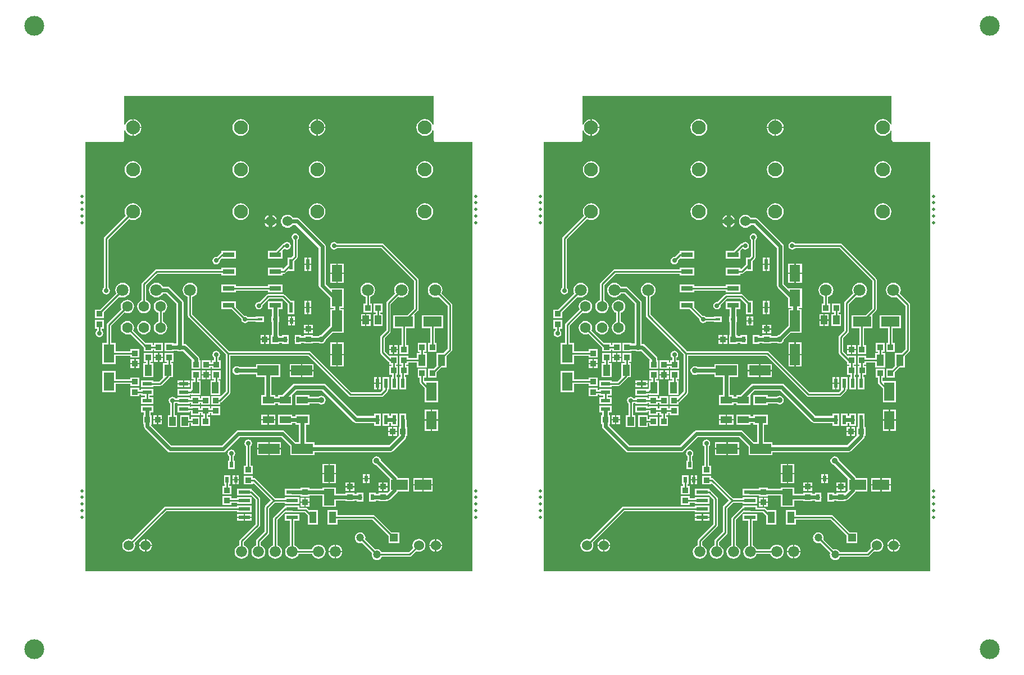
<source format=gtl>
G04*
G04 #@! TF.GenerationSoftware,Altium Limited,Altium Designer,19.1.6 (110)*
G04*
G04 Layer_Physical_Order=1*
G04 Layer_Color=255*
%FSLAX25Y25*%
%MOIN*%
G70*
G01*
G75*
%ADD10C,0.11811*%
%ADD11R,0.06299X0.11024*%
%ADD12R,0.02165X0.03543*%
%ADD13R,0.06299X0.09843*%
%ADD14R,0.09843X0.06299*%
%ADD15R,0.07087X0.02362*%
%ADD16R,0.03740X0.03543*%
%ADD17R,0.04331X0.06890*%
%ADD18R,0.02362X0.03740*%
%ADD19R,0.02362X0.06299*%
%ADD20R,0.07087X0.03150*%
%ADD21R,0.05709X0.02362*%
%ADD22R,0.03543X0.03740*%
%ADD23R,0.12598X0.06299*%
%ADD24R,0.06890X0.04331*%
%ADD25R,0.03150X0.01575*%
%ADD26R,0.06299X0.12598*%
%ADD27R,0.06496X0.09843*%
%ADD28R,0.11024X0.06299*%
%ADD29R,0.03937X0.05512*%
%ADD30R,0.02362X0.05709*%
%ADD31C,0.01000*%
%ADD32C,0.02400*%
%ADD33C,0.01968*%
%ADD34C,0.06000*%
%ADD35C,0.06600*%
%ADD36R,0.04724X0.04724*%
%ADD37C,0.04724*%
%ADD38C,0.07087*%
%ADD39C,0.06299*%
%ADD40C,0.08268*%
%ADD41C,0.02756*%
%ADD42C,0.03500*%
G36*
X520504Y323439D02*
X520004Y323339D01*
X519687Y324104D01*
X518896Y325135D01*
X517866Y325925D01*
X516666Y326423D01*
X515378Y326592D01*
X514089Y326423D01*
X512889Y325925D01*
X511859Y325135D01*
X511068Y324104D01*
X510570Y322904D01*
X510401Y321616D01*
X510570Y320328D01*
X511068Y319127D01*
X511859Y318097D01*
X512889Y317306D01*
X514089Y316809D01*
X515378Y316639D01*
X516666Y316809D01*
X517866Y317306D01*
X518896Y318097D01*
X519687Y319127D01*
X520004Y319892D01*
X520504Y319793D01*
Y314516D01*
X520621Y313931D01*
X520952Y313434D01*
X521448Y313103D01*
X522034Y312986D01*
X543539D01*
X543539Y58061D01*
X314098D01*
X314098Y312986D01*
X335598D01*
X336184Y313103D01*
X336680Y313434D01*
X337011Y313931D01*
X337128Y314516D01*
Y319807D01*
X337628Y319907D01*
X337951Y319127D01*
X338741Y318097D01*
X339772Y317306D01*
X340972Y316809D01*
X341861Y316692D01*
Y321616D01*
Y326540D01*
X340972Y326423D01*
X339772Y325925D01*
X338741Y325135D01*
X337951Y324104D01*
X337628Y323325D01*
X337128Y323424D01*
Y340486D01*
X520504D01*
Y323439D01*
D02*
G37*
G36*
X248634D02*
X248134Y323339D01*
X247817Y324104D01*
X247026Y325135D01*
X245996Y325925D01*
X244795Y326423D01*
X243507Y326592D01*
X242219Y326423D01*
X241019Y325925D01*
X239988Y325135D01*
X239198Y324104D01*
X238700Y322904D01*
X238531Y321616D01*
X238700Y320328D01*
X239198Y319127D01*
X239988Y318097D01*
X241019Y317306D01*
X242219Y316809D01*
X243507Y316639D01*
X244795Y316809D01*
X245996Y317306D01*
X247026Y318097D01*
X247817Y319127D01*
X248134Y319892D01*
X248634Y319793D01*
Y314516D01*
X248750Y313931D01*
X249082Y313434D01*
X249578Y313103D01*
X250164Y312986D01*
X271669D01*
X271669Y58061D01*
X42228D01*
X42228Y312986D01*
X63728D01*
X64314Y313103D01*
X64810Y313434D01*
X65141Y313931D01*
X65258Y314516D01*
Y319807D01*
X65758Y319907D01*
X66081Y319127D01*
X66871Y318097D01*
X67902Y317306D01*
X69102Y316809D01*
X69990Y316692D01*
Y321616D01*
Y326540D01*
X69102Y326423D01*
X67902Y325925D01*
X66871Y325135D01*
X66081Y324104D01*
X65758Y323325D01*
X65258Y323424D01*
Y340486D01*
X248634D01*
Y323439D01*
D02*
G37*
%LPC*%
G36*
X451880Y326540D02*
Y322016D01*
X456403D01*
X456286Y322904D01*
X455789Y324104D01*
X454998Y325135D01*
X453968Y325925D01*
X452768Y326423D01*
X451880Y326540D01*
D02*
G37*
G36*
X342660D02*
Y322016D01*
X347184D01*
X347067Y322904D01*
X346570Y324104D01*
X345779Y325135D01*
X344749Y325925D01*
X343548Y326423D01*
X342660Y326540D01*
D02*
G37*
G36*
X451080D02*
X450191Y326423D01*
X448991Y325925D01*
X447961Y325135D01*
X447170Y324104D01*
X446672Y322904D01*
X446556Y322016D01*
X451080D01*
Y326540D01*
D02*
G37*
G36*
X456403Y321216D02*
X451880D01*
Y316692D01*
X452768Y316809D01*
X453968Y317306D01*
X454998Y318097D01*
X455789Y319127D01*
X456286Y320328D01*
X456403Y321216D01*
D02*
G37*
G36*
X347184D02*
X342660D01*
Y316692D01*
X343548Y316809D01*
X344749Y317306D01*
X345779Y318097D01*
X346570Y319127D01*
X347067Y320328D01*
X347184Y321216D01*
D02*
G37*
G36*
X451080D02*
X446556D01*
X446672Y320328D01*
X447170Y319127D01*
X447961Y318097D01*
X448991Y317306D01*
X450191Y316809D01*
X451080Y316692D01*
Y321216D01*
D02*
G37*
G36*
X406158Y326592D02*
X404871Y326423D01*
X403670Y325925D01*
X402639Y325135D01*
X401849Y324104D01*
X401351Y322904D01*
X401182Y321616D01*
X401351Y320328D01*
X401849Y319127D01*
X402639Y318097D01*
X403670Y317306D01*
X404871Y316809D01*
X406158Y316639D01*
X407446Y316809D01*
X408647Y317306D01*
X409678Y318097D01*
X410468Y319127D01*
X410965Y320328D01*
X411135Y321616D01*
X410965Y322904D01*
X410468Y324104D01*
X409678Y325135D01*
X408647Y325925D01*
X407446Y326423D01*
X406158Y326592D01*
D02*
G37*
G36*
X515378Y301592D02*
X514089Y301423D01*
X512889Y300925D01*
X511859Y300135D01*
X511068Y299104D01*
X510570Y297904D01*
X510401Y296616D01*
X510570Y295328D01*
X511068Y294127D01*
X511859Y293097D01*
X512889Y292306D01*
X514089Y291809D01*
X515378Y291639D01*
X516666Y291809D01*
X517866Y292306D01*
X518896Y293097D01*
X519687Y294127D01*
X520185Y295328D01*
X520354Y296616D01*
X520185Y297904D01*
X519687Y299104D01*
X518896Y300135D01*
X517866Y300925D01*
X516666Y301423D01*
X515378Y301592D01*
D02*
G37*
G36*
X451479D02*
X450191Y301423D01*
X448991Y300925D01*
X447961Y300135D01*
X447170Y299104D01*
X446672Y297904D01*
X446503Y296616D01*
X446672Y295328D01*
X447170Y294127D01*
X447961Y293097D01*
X448991Y292306D01*
X450191Y291809D01*
X451479Y291639D01*
X452768Y291809D01*
X453968Y292306D01*
X454998Y293097D01*
X455789Y294127D01*
X456286Y295328D01*
X456456Y296616D01*
X456286Y297904D01*
X455789Y299104D01*
X454998Y300135D01*
X453968Y300925D01*
X452768Y301423D01*
X451479Y301592D01*
D02*
G37*
G36*
X406158D02*
X404871Y301423D01*
X403670Y300925D01*
X402639Y300135D01*
X401849Y299104D01*
X401351Y297904D01*
X401182Y296616D01*
X401351Y295328D01*
X401849Y294127D01*
X402639Y293097D01*
X403670Y292306D01*
X404871Y291809D01*
X406158Y291639D01*
X407446Y291809D01*
X408647Y292306D01*
X409678Y293097D01*
X410468Y294127D01*
X410965Y295328D01*
X411135Y296616D01*
X410965Y297904D01*
X410468Y299104D01*
X409678Y300135D01*
X408647Y300925D01*
X407446Y301423D01*
X406158Y301592D01*
D02*
G37*
G36*
X342261D02*
X340972Y301423D01*
X339772Y300925D01*
X338741Y300135D01*
X337951Y299104D01*
X337454Y297904D01*
X337284Y296616D01*
X337454Y295328D01*
X337951Y294127D01*
X338741Y293097D01*
X339772Y292306D01*
X340972Y291809D01*
X342261Y291639D01*
X343548Y291809D01*
X344749Y292306D01*
X345779Y293097D01*
X346570Y294127D01*
X347067Y295328D01*
X347237Y296616D01*
X347067Y297904D01*
X346570Y299104D01*
X345779Y300135D01*
X344749Y300925D01*
X343548Y301423D01*
X342261Y301592D01*
D02*
G37*
G36*
X425028Y269498D02*
Y267082D01*
X427444D01*
X427147Y267798D01*
X426538Y268592D01*
X425744Y269201D01*
X425028Y269498D01*
D02*
G37*
G36*
X422628Y269498D02*
X421912Y269201D01*
X421118Y268592D01*
X420509Y267798D01*
X420212Y267082D01*
X422628D01*
Y269498D01*
D02*
G37*
G36*
X515378Y276592D02*
X514089Y276423D01*
X512889Y275925D01*
X511859Y275135D01*
X511068Y274104D01*
X510570Y272904D01*
X510401Y271616D01*
X510570Y270328D01*
X511068Y269127D01*
X511859Y268097D01*
X512889Y267306D01*
X514089Y266809D01*
X515378Y266639D01*
X516666Y266809D01*
X517866Y267306D01*
X518896Y268097D01*
X519687Y269127D01*
X520185Y270328D01*
X520354Y271616D01*
X520185Y272904D01*
X519687Y274104D01*
X518896Y275135D01*
X517866Y275925D01*
X516666Y276423D01*
X515378Y276592D01*
D02*
G37*
G36*
X451479D02*
X450191Y276423D01*
X448991Y275925D01*
X447961Y275135D01*
X447170Y274104D01*
X446672Y272904D01*
X446503Y271616D01*
X446672Y270328D01*
X447170Y269127D01*
X447961Y268097D01*
X448991Y267306D01*
X450191Y266809D01*
X451479Y266639D01*
X452768Y266809D01*
X453968Y267306D01*
X454998Y268097D01*
X455789Y269127D01*
X456286Y270328D01*
X456456Y271616D01*
X456286Y272904D01*
X455789Y274104D01*
X454998Y275135D01*
X453968Y275925D01*
X452768Y276423D01*
X451479Y276592D01*
D02*
G37*
G36*
X406158D02*
X404871Y276423D01*
X403670Y275925D01*
X402639Y275135D01*
X401849Y274104D01*
X401351Y272904D01*
X401182Y271616D01*
X401351Y270328D01*
X401849Y269127D01*
X402639Y268097D01*
X403670Y267306D01*
X404871Y266809D01*
X406158Y266639D01*
X407446Y266809D01*
X408647Y267306D01*
X409678Y268097D01*
X410468Y269127D01*
X410965Y270328D01*
X411135Y271616D01*
X410965Y272904D01*
X410468Y274104D01*
X409678Y275135D01*
X408647Y275925D01*
X407446Y276423D01*
X406158Y276592D01*
D02*
G37*
G36*
X342261D02*
X340972Y276423D01*
X339772Y275925D01*
X338741Y275135D01*
X337951Y274104D01*
X337454Y272904D01*
X337284Y271616D01*
X337454Y270328D01*
X337935Y269165D01*
X325411Y256640D01*
X325123Y256210D01*
X325022Y255703D01*
Y226376D01*
X324778Y226212D01*
X324296Y225491D01*
X324127Y224642D01*
X324296Y223792D01*
X324778Y223072D01*
X325498Y222590D01*
X326348Y222421D01*
X327198Y222590D01*
X327918Y223072D01*
X328399Y223792D01*
X328569Y224642D01*
X328399Y225491D01*
X327918Y226212D01*
X327673Y226376D01*
Y255154D01*
X339810Y267290D01*
X340972Y266809D01*
X342261Y266639D01*
X343548Y266809D01*
X344749Y267306D01*
X345779Y268097D01*
X346570Y269127D01*
X347067Y270328D01*
X347237Y271616D01*
X347067Y272904D01*
X346570Y274104D01*
X345779Y275135D01*
X344749Y275925D01*
X343548Y276423D01*
X342261Y276592D01*
D02*
G37*
G36*
X422628Y264682D02*
X420212D01*
X420509Y263966D01*
X421118Y263172D01*
X421912Y262563D01*
X422628Y262266D01*
Y264682D01*
D02*
G37*
G36*
X427444D02*
X425028D01*
Y262266D01*
X425744Y262563D01*
X426538Y263172D01*
X427147Y263966D01*
X427444Y264682D01*
D02*
G37*
G36*
X433632Y253536D02*
X432782Y253367D01*
X432061Y252885D01*
X431898Y252640D01*
X431765D01*
X431258Y252539D01*
X430828Y252252D01*
X427088Y248513D01*
X422245D01*
Y243763D01*
X430932D01*
Y248513D01*
X430932Y248513D01*
X430932D01*
X431209Y248884D01*
X432066Y249741D01*
X432782Y249263D01*
X433632Y249094D01*
X434481Y249263D01*
X435202Y249745D01*
X435683Y250465D01*
X435852Y251315D01*
X435683Y252165D01*
X435202Y252885D01*
X434481Y253367D01*
X433632Y253536D01*
D02*
G37*
G36*
X403372Y248513D02*
X394686D01*
Y247364D01*
X394679Y247362D01*
X394249Y247075D01*
X391893Y244718D01*
X391604Y244776D01*
X390754Y244607D01*
X390034Y244125D01*
X389552Y243405D01*
X389383Y242555D01*
X389552Y241705D01*
X390034Y240985D01*
X390754Y240504D01*
X391604Y240334D01*
X392454Y240504D01*
X393174Y240985D01*
X393655Y241705D01*
X393824Y242555D01*
X393767Y242844D01*
X394686Y243763D01*
X403372D01*
Y248513D01*
D02*
G37*
G36*
X447995Y244241D02*
X446413D01*
Y240691D01*
X447995D01*
Y244241D01*
D02*
G37*
G36*
X445613D02*
X444032D01*
Y240691D01*
X445613D01*
Y244241D01*
D02*
G37*
G36*
X438540Y258692D02*
X437690Y258523D01*
X436970Y258041D01*
X436489Y257321D01*
X436320Y256471D01*
X436489Y255621D01*
X436970Y254901D01*
X437215Y254737D01*
Y245336D01*
X436120Y244241D01*
X434032D01*
Y240185D01*
X431431Y237584D01*
X430932Y237755D01*
Y238513D01*
X422245D01*
Y233763D01*
X430932D01*
Y234812D01*
X431860D01*
X432367Y234913D01*
X432797Y235201D01*
X433662Y236065D01*
X434032Y236342D01*
Y236342D01*
X434032Y236342D01*
X437994D01*
Y242366D01*
X439477Y243849D01*
X439765Y244279D01*
X439866Y244787D01*
Y254737D01*
X440110Y254901D01*
X440592Y255621D01*
X440761Y256471D01*
X440592Y257321D01*
X440110Y258041D01*
X439390Y258523D01*
X438540Y258692D01*
D02*
G37*
G36*
X447995Y239891D02*
X446413D01*
Y236342D01*
X447995D01*
Y239891D01*
D02*
G37*
G36*
X445613D02*
X444032D01*
Y236342D01*
X445613D01*
Y239891D01*
D02*
G37*
G36*
X467306Y240698D02*
X463658D01*
Y235376D01*
X467306D01*
Y240698D01*
D02*
G37*
G36*
X462858D02*
X459210D01*
Y235376D01*
X462858D01*
Y240698D01*
D02*
G37*
G36*
X403372Y238513D02*
X394686D01*
Y237463D01*
X356262D01*
X355755Y237362D01*
X355325Y237075D01*
X347753Y229504D01*
X347466Y229074D01*
X347365Y228566D01*
Y219017D01*
X346699Y218741D01*
X345874Y218108D01*
X345241Y217283D01*
X344843Y216322D01*
X344707Y215291D01*
X344843Y214260D01*
X345241Y213300D01*
X345874Y212474D01*
X346699Y211842D01*
X347660Y211443D01*
X348691Y211308D01*
X349722Y211443D01*
X350682Y211842D01*
X351507Y212474D01*
X352140Y213300D01*
X352538Y214260D01*
X352674Y215291D01*
X352538Y216322D01*
X352140Y217283D01*
X351507Y218108D01*
X350682Y218741D01*
X350016Y219017D01*
Y228017D01*
X356811Y234812D01*
X394686D01*
Y233763D01*
X403372D01*
Y238513D01*
D02*
G37*
G36*
X467306Y234576D02*
X463658D01*
Y229255D01*
X467306D01*
Y234576D01*
D02*
G37*
G36*
X462858D02*
X459210D01*
Y229255D01*
X462858D01*
Y234576D01*
D02*
G37*
G36*
X430932Y228513D02*
X422245D01*
Y227463D01*
X403372D01*
Y228513D01*
X394686D01*
Y223763D01*
X403372D01*
Y224812D01*
X422245D01*
Y223763D01*
X430932D01*
Y228513D01*
D02*
G37*
G36*
X501569Y229397D02*
X500435Y229247D01*
X499378Y228810D01*
X498471Y228114D01*
X497775Y227206D01*
X497337Y226150D01*
X497188Y225016D01*
X497337Y223882D01*
X497695Y223017D01*
X492869Y218191D01*
X492582Y217761D01*
X492481Y217253D01*
Y201084D01*
X489387Y197990D01*
X489100Y197560D01*
X488999Y197053D01*
Y188083D01*
X489100Y187576D01*
X489387Y187146D01*
X494040Y182493D01*
X494249Y182353D01*
Y180741D01*
X495508D01*
Y179880D01*
X494261D01*
Y174540D01*
X496125D01*
Y173276D01*
X495469D01*
Y165968D01*
X499432D01*
Y173276D01*
X498776D01*
Y174540D01*
X499405D01*
Y179880D01*
X498159D01*
Y180741D01*
X499392D01*
Y186081D01*
X494249D01*
X494249Y186081D01*
Y186081D01*
X493895Y186387D01*
X491650Y188632D01*
Y196504D01*
X494744Y199598D01*
X495031Y200028D01*
X495132Y200535D01*
Y216705D01*
X499570Y221142D01*
X500435Y220784D01*
X501569Y220635D01*
X502702Y220784D01*
X503759Y221222D01*
X504666Y221918D01*
X505363Y222825D01*
X505800Y223882D01*
X505949Y225016D01*
X505800Y226150D01*
X505363Y227206D01*
X504666Y228114D01*
X503759Y228810D01*
X502702Y229247D01*
X501569Y229397D01*
D02*
G37*
G36*
X336069D02*
X334935Y229247D01*
X333878Y228810D01*
X332971Y228114D01*
X332275Y227206D01*
X331837Y226150D01*
X331687Y225016D01*
X331837Y223882D01*
X332195Y223017D01*
X322612Y213434D01*
X319642D01*
Y208291D01*
X324983D01*
Y212055D01*
X334070Y221142D01*
X334935Y220784D01*
X336069Y220635D01*
X337202Y220784D01*
X338259Y221222D01*
X339166Y221918D01*
X339863Y222825D01*
X340300Y223882D01*
X340450Y225016D01*
X340300Y226150D01*
X339863Y227206D01*
X339166Y228114D01*
X338259Y228810D01*
X337202Y229247D01*
X336069Y229397D01*
D02*
G37*
G36*
X447995Y218650D02*
X446413D01*
Y215101D01*
X447995D01*
Y218650D01*
D02*
G37*
G36*
X445613D02*
X444032D01*
Y215101D01*
X445613D01*
Y218650D01*
D02*
G37*
G36*
X446013Y214701D02*
D01*
D01*
D01*
D02*
G37*
G36*
X481568Y229397D02*
X480435Y229247D01*
X479378Y228810D01*
X478471Y228114D01*
X477774Y227206D01*
X477337Y226150D01*
X477187Y225016D01*
X477337Y223882D01*
X477774Y222825D01*
X478471Y221918D01*
X479378Y221222D01*
X480243Y220863D01*
Y216879D01*
X478993D01*
Y211539D01*
X484136D01*
Y216879D01*
X482894D01*
Y220863D01*
X483759Y221222D01*
X484666Y221918D01*
X485363Y222825D01*
X485800Y223882D01*
X485950Y225016D01*
X485800Y226150D01*
X485363Y227206D01*
X484666Y228114D01*
X483759Y228810D01*
X482702Y229247D01*
X481568Y229397D01*
D02*
G37*
G36*
X338848Y219275D02*
X337817Y219139D01*
X336856Y218741D01*
X336031Y218108D01*
X335398Y217283D01*
X335000Y216322D01*
X334864Y215291D01*
X335000Y214260D01*
X335276Y213594D01*
X327084Y205402D01*
X326797Y204972D01*
X326696Y204464D01*
Y193762D01*
X324072D01*
Y181139D01*
X331971D01*
Y186125D01*
X340758D01*
Y184879D01*
X346098D01*
Y190022D01*
X340758D01*
Y188776D01*
X331971D01*
Y193762D01*
X329346D01*
Y203915D01*
X337151Y211719D01*
X337817Y211443D01*
X338848Y211308D01*
X339879Y211443D01*
X340840Y211842D01*
X341665Y212474D01*
X342298Y213300D01*
X342696Y214260D01*
X342832Y215291D01*
X342696Y216322D01*
X342298Y217283D01*
X341665Y218108D01*
X340840Y218741D01*
X339879Y219139D01*
X338848Y219275D01*
D02*
G37*
G36*
X447995Y214301D02*
X446413D01*
Y210751D01*
X447995D01*
Y214301D01*
D02*
G37*
G36*
X445613D02*
X444032D01*
Y210751D01*
X445613D01*
Y214301D01*
D02*
G37*
G36*
X431461Y222547D02*
X422337D01*
X421830Y222446D01*
X421400Y222159D01*
X417188Y217947D01*
X416899Y218004D01*
X416049Y217835D01*
X415329Y217354D01*
X414847Y216633D01*
X414678Y215784D01*
X414847Y214934D01*
X415329Y214213D01*
X416049Y213732D01*
X416899Y213563D01*
X417749Y213732D01*
X418469Y214213D01*
X418951Y214934D01*
X419120Y215784D01*
X419062Y216072D01*
X422886Y219896D01*
X430912D01*
X434032Y216776D01*
Y210751D01*
X437994D01*
Y218650D01*
X435907D01*
X432398Y222159D01*
X431968Y222446D01*
X431461Y222547D01*
D02*
G37*
G36*
X461546Y253536D02*
X460697Y253367D01*
X459976Y252885D01*
X459495Y252165D01*
X459326Y251315D01*
X459495Y250465D01*
X459976Y249745D01*
X460697Y249263D01*
X461546Y249094D01*
X462396Y249263D01*
X463117Y249745D01*
X463280Y249990D01*
X489578D01*
X508979Y230589D01*
Y214154D01*
X505011Y210186D01*
X496624D01*
Y202287D01*
X501597D01*
Y192272D01*
X500351D01*
Y186932D01*
X505494D01*
Y192272D01*
X504248D01*
Y202287D01*
X509247D01*
Y210186D01*
X509247D01*
X509104Y210531D01*
X511242Y212668D01*
X511529Y213098D01*
X511630Y213605D01*
Y231138D01*
X511529Y231645D01*
X511242Y232075D01*
X490966Y252351D01*
X490536Y252638D01*
X490029Y252739D01*
X489534Y252640D01*
X463280D01*
X463117Y252885D01*
X462396Y253367D01*
X461546Y253536D01*
D02*
G37*
G36*
X483167Y210776D02*
X480799D01*
Y207620D01*
X483167D01*
Y210776D01*
D02*
G37*
G36*
X479999D02*
X477630D01*
Y207620D01*
X479999D01*
Y210776D01*
D02*
G37*
G36*
X438369Y209300D02*
X436787D01*
Y207030D01*
X438369D01*
Y209300D01*
D02*
G37*
G36*
X435987D02*
X434406D01*
Y207030D01*
X435987D01*
Y209300D01*
D02*
G37*
G36*
X403372Y218513D02*
X394686D01*
Y213763D01*
X400706D01*
X406566Y207903D01*
X406509Y207614D01*
X406678Y206764D01*
X407160Y206044D01*
X407880Y205563D01*
X408730Y205394D01*
X409580Y205563D01*
X410300Y206044D01*
X410463Y206289D01*
X415115D01*
Y206027D01*
X419865D01*
Y209202D01*
X415115D01*
Y208940D01*
X410463D01*
X410300Y209184D01*
X409580Y209666D01*
X408730Y209835D01*
X408441Y209777D01*
X403372Y214846D01*
Y218513D01*
D02*
G37*
G36*
X438369Y206230D02*
X436787D01*
Y203960D01*
X438369D01*
Y206230D01*
D02*
G37*
G36*
X435987D02*
X434406D01*
Y203960D01*
X435987D01*
Y206230D01*
D02*
G37*
G36*
X490239Y216879D02*
X485095D01*
Y211539D01*
X486341D01*
Y210776D01*
X484913D01*
Y203664D01*
X490450D01*
Y210776D01*
X488992D01*
Y211539D01*
X490239D01*
Y216879D01*
D02*
G37*
G36*
X483167Y206820D02*
X480799D01*
Y203664D01*
X483167D01*
Y206820D01*
D02*
G37*
G36*
X479999D02*
X477630D01*
Y203664D01*
X479999D01*
Y206820D01*
D02*
G37*
G36*
X448998Y204477D02*
X446728D01*
Y202306D01*
X448998D01*
Y204477D01*
D02*
G37*
G36*
X445928D02*
X443658D01*
Y202306D01*
X445928D01*
Y204477D01*
D02*
G37*
G36*
X448998Y201505D02*
X446728D01*
Y199334D01*
X448998D01*
Y201505D01*
D02*
G37*
G36*
X445928D02*
X443658D01*
Y199334D01*
X445928D01*
Y201505D01*
D02*
G37*
G36*
X358533Y219275D02*
X357502Y219139D01*
X356541Y218741D01*
X355716Y218108D01*
X355083Y217283D01*
X354685Y216322D01*
X354550Y215291D01*
X354685Y214260D01*
X355083Y213300D01*
X355716Y212474D01*
X356541Y211842D01*
X357208Y211565D01*
Y206419D01*
X356541Y206143D01*
X355716Y205510D01*
X355083Y204685D01*
X354685Y203724D01*
X354550Y202693D01*
X354685Y201662D01*
X355083Y200701D01*
X355716Y199876D01*
X356541Y199243D01*
X357502Y198845D01*
X358533Y198709D01*
X359564Y198845D01*
X360525Y199243D01*
X361350Y199876D01*
X361983Y200701D01*
X362381Y201662D01*
X362517Y202693D01*
X362381Y203724D01*
X361983Y204685D01*
X361350Y205510D01*
X360525Y206143D01*
X359859Y206419D01*
Y211565D01*
X360525Y211842D01*
X361350Y212474D01*
X361983Y213300D01*
X362381Y214260D01*
X362517Y215291D01*
X362381Y216322D01*
X361983Y217283D01*
X361350Y218108D01*
X360525Y218741D01*
X359564Y219139D01*
X358533Y219275D01*
D02*
G37*
G36*
X348691Y206677D02*
X347660Y206541D01*
X346699Y206143D01*
X345874Y205510D01*
X345241Y204685D01*
X344843Y203724D01*
X344707Y202693D01*
X344843Y201662D01*
X345241Y200701D01*
X345874Y199876D01*
X346699Y199243D01*
X347660Y198845D01*
X348691Y198709D01*
X349722Y198845D01*
X350682Y199243D01*
X351507Y199876D01*
X352140Y200701D01*
X352538Y201662D01*
X352674Y202693D01*
X352538Y203724D01*
X352140Y204685D01*
X351507Y205510D01*
X350682Y206143D01*
X349722Y206541D01*
X348691Y206677D01*
D02*
G37*
G36*
X433828Y269715D02*
X432836Y269584D01*
X431912Y269201D01*
X431118Y268592D01*
X430509Y267798D01*
X430126Y266874D01*
X429995Y265882D01*
X430126Y264890D01*
X430509Y263966D01*
X431118Y263172D01*
X431912Y262563D01*
X432836Y262180D01*
X433828Y262049D01*
X434820Y262180D01*
X435744Y262563D01*
X436538Y263172D01*
X437053Y263843D01*
X438765D01*
X452458Y250149D01*
Y227791D01*
X452613Y227011D01*
X453055Y226349D01*
X459210Y220195D01*
Y214491D01*
X461219D01*
Y213729D01*
X459308D01*
Y204027D01*
X453613Y198333D01*
X452973Y198205D01*
X452430Y197842D01*
X448998D01*
Y198375D01*
X443658D01*
Y197842D01*
X442109D01*
Y198473D01*
X438146D01*
Y196095D01*
X438088Y195803D01*
X438146Y195511D01*
Y193133D01*
X442109D01*
Y193764D01*
X443658D01*
Y193231D01*
X448998D01*
Y193764D01*
X452430D01*
X452973Y193401D01*
X453968Y193203D01*
X454963Y193401D01*
X455806Y193965D01*
X456370Y194808D01*
X456497Y195449D01*
X460579Y199531D01*
X467207D01*
Y213729D01*
X465297D01*
Y214491D01*
X467306D01*
Y225934D01*
X459239D01*
X456537Y228636D01*
Y250994D01*
X456381Y251774D01*
X455939Y252436D01*
X441051Y267324D01*
X440390Y267766D01*
X439609Y267921D01*
X437053D01*
X436538Y268592D01*
X435744Y269201D01*
X434820Y269584D01*
X433828Y269715D01*
D02*
G37*
G36*
X324983Y207331D02*
X319642D01*
Y202188D01*
X320987D01*
Y201080D01*
X320742Y200917D01*
X320261Y200196D01*
X320092Y199346D01*
X320261Y198497D01*
X320742Y197776D01*
X321463Y197295D01*
X322312Y197126D01*
X323162Y197295D01*
X323883Y197776D01*
X324364Y198497D01*
X324533Y199346D01*
X324364Y200196D01*
X323883Y200917D01*
X323638Y201080D01*
Y202188D01*
X324983D01*
Y207331D01*
D02*
G37*
G36*
X423014Y198473D02*
X420843D01*
Y196203D01*
X423014D01*
Y198473D01*
D02*
G37*
G36*
X420043D02*
X417871D01*
Y196203D01*
X420043D01*
Y198473D01*
D02*
G37*
G36*
X356068Y229397D02*
X354935Y229247D01*
X353878Y228810D01*
X352971Y228114D01*
X352274Y227206D01*
X351837Y226150D01*
X351688Y225016D01*
X351837Y223882D01*
X352274Y222825D01*
X352971Y221918D01*
X353878Y221222D01*
X354935Y220784D01*
X356068Y220635D01*
X357202Y220784D01*
X358259Y221222D01*
X359166Y221918D01*
X359863Y222825D01*
X359925Y222976D01*
X361958D01*
X368065Y216870D01*
Y193216D01*
X366223D01*
Y193749D01*
X360882D01*
Y188605D01*
X366223D01*
Y189138D01*
X368566D01*
X369109Y188775D01*
X370104Y188577D01*
X371099Y188775D01*
X371540Y189070D01*
X371755D01*
X376998Y183826D01*
X376827Y183414D01*
X376827D01*
Y178271D01*
X382168D01*
Y183414D01*
X381537D01*
Y184211D01*
X381381Y184991D01*
X380939Y185653D01*
X374041Y192551D01*
X373380Y192993D01*
X372599Y193148D01*
X372143D01*
Y217715D01*
X371988Y218495D01*
X371546Y219156D01*
X371546Y219156D01*
X364245Y226458D01*
X363583Y226900D01*
X362803Y227055D01*
X359925D01*
X359863Y227206D01*
X359166Y228114D01*
X358259Y228810D01*
X357202Y229247D01*
X356068Y229397D01*
D02*
G37*
G36*
X430932Y218513D02*
X422245D01*
Y213763D01*
X424506D01*
Y209202D01*
X424170D01*
Y206027D01*
X424506D01*
Y198473D01*
X423973D01*
Y193133D01*
X429117D01*
Y193764D01*
X430666D01*
Y193133D01*
X434628D01*
Y195511D01*
X434687Y195803D01*
X434628Y196095D01*
Y198473D01*
X430666D01*
Y197842D01*
X429117D01*
Y198473D01*
X428584D01*
Y206027D01*
X428920D01*
Y209202D01*
X428584D01*
Y213763D01*
X430932D01*
Y218513D01*
D02*
G37*
G36*
X423014Y195403D02*
X420843D01*
Y193133D01*
X423014D01*
Y195403D01*
D02*
G37*
G36*
X420043D02*
X417871D01*
Y193133D01*
X420043D01*
Y195403D01*
D02*
G37*
G36*
X499392Y192272D02*
X497221D01*
Y190002D01*
X499392D01*
Y192272D01*
D02*
G37*
G36*
X496420D02*
X494249D01*
Y190002D01*
X496420D01*
Y192272D01*
D02*
G37*
G36*
X338848Y206677D02*
X337817Y206541D01*
X336856Y206143D01*
X336031Y205510D01*
X335398Y204685D01*
X335000Y203724D01*
X334864Y202693D01*
X335000Y201662D01*
X335398Y200701D01*
X336031Y199876D01*
X336856Y199243D01*
X337817Y198845D01*
X338848Y198709D01*
X339879Y198845D01*
X340545Y199121D01*
X348678Y190989D01*
Y188605D01*
X354018D01*
Y189852D01*
X354780D01*
Y188605D01*
X360120D01*
Y193749D01*
X354780D01*
Y192503D01*
X354018D01*
Y193749D01*
X349667D01*
X342420Y200996D01*
X342696Y201662D01*
X342832Y202693D01*
X342696Y203724D01*
X342298Y204685D01*
X341665Y205510D01*
X340840Y206143D01*
X339879Y206541D01*
X338848Y206677D01*
D02*
G37*
G36*
X526151Y210186D02*
X513528D01*
Y202287D01*
X518514D01*
Y193847D01*
X517280D01*
Y188507D01*
X522424D01*
Y193847D01*
X521165D01*
Y202287D01*
X526151D01*
Y210186D01*
D02*
G37*
G36*
X467207Y193876D02*
X463658D01*
Y187176D01*
X467207D01*
Y193876D01*
D02*
G37*
G36*
X462858D02*
X459308D01*
Y187176D01*
X462858D01*
Y193876D01*
D02*
G37*
G36*
X499392Y189202D02*
X497221D01*
Y186932D01*
X499392D01*
Y189202D01*
D02*
G37*
G36*
X496420D02*
X494249D01*
Y186932D01*
X496420D01*
Y189202D01*
D02*
G37*
G36*
X360120Y187646D02*
X357850D01*
Y185475D01*
X360120D01*
Y187646D01*
D02*
G37*
G36*
X357050D02*
X354780D01*
Y185475D01*
X357050D01*
Y187646D01*
D02*
G37*
G36*
X516321Y193847D02*
X511178D01*
Y188507D01*
X512424D01*
Y187646D01*
X510784D01*
Y184737D01*
X505494D01*
Y186081D01*
X500351D01*
Y180741D01*
X501597D01*
Y179880D01*
X500364D01*
Y174540D01*
X501125D01*
Y173276D01*
X500469D01*
Y165968D01*
X504432D01*
Y173276D01*
X503776D01*
Y174540D01*
X505507D01*
Y179880D01*
X504248D01*
Y180741D01*
X505494D01*
Y182086D01*
X510784D01*
Y179157D01*
X516715D01*
Y187646D01*
X515075D01*
Y188507D01*
X516321D01*
Y193847D01*
D02*
G37*
G36*
X360120Y184675D02*
X357850D01*
Y182503D01*
X360120D01*
Y184675D01*
D02*
G37*
G36*
X357050D02*
X354780D01*
Y182503D01*
X357050D01*
Y184675D01*
D02*
G37*
G36*
X391604Y188870D02*
X390754Y188701D01*
X390034Y188220D01*
X389552Y187499D01*
X389383Y186650D01*
X389552Y185800D01*
X390034Y185079D01*
X390278Y184916D01*
Y183414D01*
X389032D01*
Y182168D01*
X388270D01*
Y183414D01*
X382930D01*
Y178271D01*
X388270D01*
Y179517D01*
X389032D01*
Y178271D01*
X394372D01*
Y183414D01*
X392929D01*
Y184916D01*
X393174Y185079D01*
X393655Y185800D01*
X393824Y186650D01*
X393655Y187499D01*
X393174Y188220D01*
X392454Y188701D01*
X391604Y188870D01*
D02*
G37*
G36*
X346098Y183920D02*
X343828D01*
Y181748D01*
X346098D01*
Y183920D01*
D02*
G37*
G36*
X343028D02*
X340758D01*
Y181748D01*
X343028D01*
Y183920D01*
D02*
G37*
G36*
X467207Y186376D02*
X463658D01*
Y179677D01*
X467207D01*
Y186376D01*
D02*
G37*
G36*
X462858D02*
X459308D01*
Y179677D01*
X462858D01*
Y186376D01*
D02*
G37*
G36*
X429525Y181150D02*
X415326D01*
Y179240D01*
X405394D01*
X404851Y179603D01*
X403856Y179801D01*
X402861Y179603D01*
X402017Y179039D01*
X401454Y178196D01*
X401256Y177201D01*
X401454Y176206D01*
X402017Y175362D01*
X402861Y174799D01*
X403856Y174601D01*
X404851Y174799D01*
X405394Y175162D01*
X415326D01*
Y173251D01*
X420386D01*
Y162646D01*
X418265D01*
Y156716D01*
X426754D01*
Y157642D01*
X428304D01*
Y156716D01*
X436794D01*
Y162646D01*
X436794Y162646D01*
X436794D01*
X436938Y163100D01*
X439256Y165418D01*
X454426D01*
X473120Y146723D01*
X473782Y146282D01*
X474562Y146126D01*
X485469D01*
Y144511D01*
X489432D01*
Y147873D01*
X489490Y148165D01*
X489432Y148457D01*
Y151820D01*
X485469D01*
Y150205D01*
X475407D01*
X456713Y168899D01*
X456051Y169341D01*
X455271Y169496D01*
X438411D01*
X437631Y169341D01*
X436969Y168899D01*
X431107Y163036D01*
X430846Y162646D01*
X428304D01*
Y161720D01*
X426754D01*
Y162646D01*
X424464D01*
Y173251D01*
X429525D01*
Y181150D01*
D02*
G37*
G36*
X346098Y180948D02*
X343828D01*
Y178776D01*
X346098D01*
Y180948D01*
D02*
G37*
G36*
X343028D02*
X340758D01*
Y178776D01*
X343028D01*
Y180948D01*
D02*
G37*
G36*
X449378Y181150D02*
X442679D01*
Y177601D01*
X449378D01*
Y181150D01*
D02*
G37*
G36*
X441879D02*
X435180D01*
Y177601D01*
X441879D01*
Y181150D01*
D02*
G37*
G36*
X388270Y177312D02*
X386000D01*
Y175140D01*
X388270D01*
Y177312D01*
D02*
G37*
G36*
X385200D02*
X382930D01*
Y175140D01*
X385200D01*
Y177312D01*
D02*
G37*
G36*
X366223Y187646D02*
X360882D01*
Y182503D01*
X362227D01*
Y181741D01*
X359997D01*
Y173251D01*
X359997Y173251D01*
X359997D01*
X359818Y172819D01*
X357769Y170770D01*
X354412D01*
Y171426D01*
X347103D01*
Y167464D01*
X354412D01*
Y168119D01*
X358318D01*
X358826Y168220D01*
X359256Y168508D01*
X363899Y173151D01*
X363966Y173251D01*
X365927D01*
Y181741D01*
X364878D01*
Y182503D01*
X366223D01*
Y187646D01*
D02*
G37*
G36*
X354018D02*
X348678D01*
Y182503D01*
X350022D01*
Y181741D01*
X348382D01*
Y173251D01*
X354313D01*
Y181741D01*
X352673D01*
Y182503D01*
X354018D01*
Y187646D01*
D02*
G37*
G36*
X449378Y176801D02*
X442679D01*
Y173251D01*
X449378D01*
Y176801D01*
D02*
G37*
G36*
X441879D02*
X435180D01*
Y173251D01*
X441879D01*
Y176801D01*
D02*
G37*
G36*
X521568Y229397D02*
X520435Y229247D01*
X519378Y228810D01*
X518471Y228114D01*
X517774Y227206D01*
X517337Y226150D01*
X517188Y225016D01*
X517337Y223882D01*
X517774Y222825D01*
X518471Y221918D01*
X519378Y221222D01*
X520435Y220784D01*
X521568Y220635D01*
X522702Y220784D01*
X523567Y221142D01*
X528861Y215849D01*
Y190053D01*
X526454Y187646D01*
X522399D01*
Y180047D01*
X520648Y178296D01*
X517280D01*
Y172956D01*
X522424D01*
Y176323D01*
X525257Y179157D01*
X528329D01*
Y185772D01*
X531124Y188567D01*
X531411Y188997D01*
X531512Y189504D01*
Y216398D01*
X531411Y216905D01*
X531124Y217335D01*
X525442Y223017D01*
X525800Y223882D01*
X525949Y225016D01*
X525800Y226150D01*
X525363Y227206D01*
X524666Y228114D01*
X523759Y228810D01*
X522702Y229247D01*
X521568Y229397D01*
D02*
G37*
G36*
X388270Y174340D02*
X386000D01*
Y172169D01*
X388270D01*
Y174340D01*
D02*
G37*
G36*
X385200D02*
X382930D01*
Y172169D01*
X385200D01*
Y174340D01*
D02*
G37*
G36*
X489432Y173276D02*
X487851D01*
Y170022D01*
X489432D01*
Y173276D01*
D02*
G37*
G36*
X487050D02*
X485469D01*
Y170022D01*
X487050D01*
Y173276D01*
D02*
G37*
G36*
X375868Y171426D02*
X372614D01*
Y169845D01*
X375868D01*
Y171426D01*
D02*
G37*
G36*
X371814D02*
X368560D01*
Y169845D01*
X371814D01*
Y171426D01*
D02*
G37*
G36*
X331971Y176858D02*
X324072D01*
Y164235D01*
X331971D01*
Y169221D01*
X340758D01*
Y167975D01*
X346098D01*
Y173118D01*
X340758D01*
Y171872D01*
X331971D01*
Y176858D01*
D02*
G37*
G36*
X375868Y169045D02*
X372614D01*
Y167464D01*
X375868D01*
Y169045D01*
D02*
G37*
G36*
X371814D02*
X368560D01*
Y167464D01*
X371814D01*
Y169045D01*
D02*
G37*
G36*
X489432Y169222D02*
X487851D01*
Y165968D01*
X489432D01*
Y169222D01*
D02*
G37*
G36*
X487050D02*
X485469D01*
Y165968D01*
X487050D01*
Y169222D01*
D02*
G37*
G36*
X394372Y177312D02*
X389032D01*
Y172169D01*
X390377D01*
Y171308D01*
X388146D01*
Y162818D01*
X394077D01*
Y171308D01*
X393028D01*
Y172169D01*
X394372D01*
Y177312D01*
D02*
G37*
G36*
X382168D02*
X376827D01*
Y172169D01*
X378172D01*
Y171308D01*
X376532D01*
Y166577D01*
X376356Y166455D01*
X375868Y166426D01*
Y166426D01*
X368560D01*
Y162464D01*
X375868D01*
Y163119D01*
X376532D01*
Y162818D01*
X382463D01*
Y171308D01*
X380823D01*
Y172169D01*
X382168D01*
Y177312D01*
D02*
G37*
G36*
X376068Y229397D02*
X374935Y229247D01*
X373878Y228810D01*
X372971Y228114D01*
X372274Y227206D01*
X371837Y226150D01*
X371688Y225016D01*
X371837Y223882D01*
X372274Y222825D01*
X372971Y221918D01*
X373878Y221222D01*
X374743Y220863D01*
Y210012D01*
X374844Y209505D01*
X375131Y209075D01*
X397267Y186939D01*
Y164955D01*
X394511Y162199D01*
X394077Y162016D01*
Y162016D01*
X394077Y162016D01*
X388737D01*
Y156872D01*
X394077D01*
Y158207D01*
X394138Y158220D01*
X394568Y158507D01*
X399529Y163468D01*
X399816Y163898D01*
X399917Y164406D01*
Y186163D01*
X446122D01*
X470293Y161992D01*
X470723Y161705D01*
X471230Y161604D01*
X489636D01*
X490143Y161705D01*
X490573Y161992D01*
X493388Y164807D01*
X493675Y165237D01*
X493776Y165744D01*
Y165968D01*
X494432D01*
Y173276D01*
X490469D01*
Y165968D01*
X490469Y165968D01*
X490469D01*
X490338Y165506D01*
X489086Y164255D01*
X471779D01*
X447608Y188426D01*
X447178Y188713D01*
X446671Y188814D01*
X399141D01*
X377394Y210561D01*
Y220863D01*
X378259Y221222D01*
X379166Y221918D01*
X379863Y222825D01*
X380300Y223882D01*
X380450Y225016D01*
X380300Y226150D01*
X379863Y227206D01*
X379166Y228114D01*
X378259Y228810D01*
X377202Y229247D01*
X376068Y229397D01*
D02*
G37*
G36*
X387975Y162016D02*
X382634D01*
Y160770D01*
X381872D01*
Y162016D01*
X376532D01*
Y160770D01*
X375868D01*
Y161426D01*
X368560D01*
Y160739D01*
X367421D01*
X367257Y160984D01*
X366537Y161465D01*
X365687Y161634D01*
X364837Y161465D01*
X364117Y160984D01*
X363636Y160263D01*
X363467Y159413D01*
X363636Y158564D01*
X364117Y157843D01*
X364362Y157680D01*
Y150737D01*
X362919D01*
Y143625D01*
X368456D01*
Y150737D01*
X367013D01*
Y157680D01*
X367257Y157843D01*
X367421Y158088D01*
X368560D01*
Y157464D01*
X375868D01*
Y158119D01*
X376532D01*
Y156872D01*
X381872D01*
Y158119D01*
X382634D01*
Y156872D01*
X387975D01*
Y162016D01*
D02*
G37*
G36*
X516321Y178296D02*
X511178D01*
Y172956D01*
X512424D01*
Y170212D01*
X512525Y169705D01*
X512812Y169275D01*
X515312Y166776D01*
Y158389D01*
X523211D01*
Y171013D01*
X515312D01*
X515075Y171415D01*
Y172956D01*
X516321D01*
Y178296D01*
D02*
G37*
G36*
X346098Y167016D02*
X340758D01*
Y161872D01*
X346098D01*
Y163119D01*
X347103D01*
Y162464D01*
X349432D01*
Y161426D01*
X347103D01*
Y157464D01*
X354412D01*
Y161426D01*
X352083D01*
Y162464D01*
X354412D01*
Y166426D01*
X347103D01*
Y165770D01*
X346098D01*
Y167016D01*
D02*
G37*
G36*
X447030Y162646D02*
X438540D01*
Y156716D01*
X447030D01*
Y157642D01*
X452430D01*
X452973Y157279D01*
X453968Y157081D01*
X454963Y157279D01*
X455806Y157843D01*
X456370Y158686D01*
X456568Y159681D01*
X456370Y160676D01*
X455806Y161520D01*
X454963Y162083D01*
X453968Y162281D01*
X452973Y162083D01*
X452430Y161720D01*
X447030D01*
Y162646D01*
D02*
G37*
G36*
X375868Y156426D02*
X368560D01*
Y152464D01*
X375868D01*
Y153119D01*
X376532D01*
Y150770D01*
X381872D01*
Y152016D01*
X382634D01*
Y150770D01*
X383979D01*
Y149851D01*
X382733D01*
Y144511D01*
X387876D01*
Y149851D01*
X386630D01*
Y150770D01*
X387975D01*
Y152016D01*
X388737D01*
Y150770D01*
X394077D01*
Y155913D01*
X388737D01*
Y154667D01*
X387975D01*
Y155913D01*
X382634D01*
Y154667D01*
X381872D01*
Y155913D01*
X376532D01*
Y155770D01*
X375868D01*
Y156426D01*
D02*
G37*
G36*
X499432Y151820D02*
X495469D01*
Y150205D01*
X494432D01*
Y151820D01*
X490469D01*
Y148457D01*
X490411Y148165D01*
X490469Y147873D01*
Y144511D01*
X494432D01*
Y146126D01*
X495469D01*
Y144511D01*
X499432D01*
Y147873D01*
X499490Y148165D01*
X499432Y148457D01*
Y151820D01*
D02*
G37*
G36*
X426754Y151032D02*
X422909D01*
Y148467D01*
X426754D01*
Y151032D01*
D02*
G37*
G36*
X422110D02*
X418265D01*
Y148467D01*
X422110D01*
Y151032D01*
D02*
G37*
G36*
X359431Y150624D02*
X357260D01*
Y148354D01*
X359431D01*
Y150624D01*
D02*
G37*
G36*
X356460D02*
X354288D01*
Y148354D01*
X356460D01*
Y150624D01*
D02*
G37*
G36*
X523211Y154109D02*
X519661D01*
Y148197D01*
X523211D01*
Y154109D01*
D02*
G37*
G36*
X518861D02*
X515312D01*
Y148197D01*
X518861D01*
Y154109D01*
D02*
G37*
G36*
X359431Y147554D02*
X357260D01*
Y145284D01*
X359431D01*
Y147554D01*
D02*
G37*
G36*
X356460D02*
X354288D01*
Y145284D01*
X356460D01*
Y147554D01*
D02*
G37*
G36*
X426754Y147667D02*
X422909D01*
Y145101D01*
X426754D01*
Y147667D01*
D02*
G37*
G36*
X422110D02*
X418265D01*
Y145101D01*
X422110D01*
Y147667D01*
D02*
G37*
G36*
X375739Y150737D02*
X370202D01*
Y143625D01*
X375739D01*
Y145856D01*
X376630D01*
Y144511D01*
X381774D01*
Y149851D01*
X376630D01*
Y148507D01*
X375739D01*
Y150737D01*
D02*
G37*
G36*
X523211Y147397D02*
X519661D01*
Y141485D01*
X523211D01*
Y147397D01*
D02*
G37*
G36*
X518861D02*
X515312D01*
Y141485D01*
X518861D01*
Y147397D01*
D02*
G37*
G36*
X498900Y143749D02*
X496728D01*
Y141479D01*
X498900D01*
Y143749D01*
D02*
G37*
G36*
X495928D02*
X493757D01*
Y141479D01*
X495928D01*
Y143749D01*
D02*
G37*
G36*
X498900Y140679D02*
X496728D01*
Y138409D01*
X498900D01*
Y140679D01*
D02*
G37*
G36*
X495928D02*
X493757D01*
Y138409D01*
X495928D01*
Y140679D01*
D02*
G37*
G36*
X430017Y134792D02*
X423317D01*
Y131243D01*
X430017D01*
Y134792D01*
D02*
G37*
G36*
X422517D02*
X415818D01*
Y131243D01*
X422517D01*
Y134792D01*
D02*
G37*
G36*
X350757Y156484D02*
X350465Y156426D01*
X347103D01*
Y152464D01*
X348718D01*
Y150624D01*
X348186D01*
Y145284D01*
X348718D01*
Y144130D01*
X348873Y143350D01*
X349315Y142688D01*
X362800Y129204D01*
X362800Y129204D01*
X363461Y128762D01*
X364242Y128606D01*
X364242Y128606D01*
X395738D01*
X396518Y128762D01*
X397180Y129204D01*
X405637Y137662D01*
X430148D01*
X435672Y132138D01*
Y126893D01*
X449870D01*
Y128803D01*
X495064D01*
X495845Y128958D01*
X496506Y129401D01*
X503873Y136767D01*
X504315Y137429D01*
X504470Y138209D01*
Y138409D01*
X505002D01*
Y143749D01*
X504490D01*
Y148165D01*
X504432Y148457D01*
Y151820D01*
X500469D01*
Y148457D01*
X500411Y148165D01*
Y143749D01*
X499859D01*
Y138521D01*
X494219Y132882D01*
X449870D01*
Y134792D01*
X444810D01*
Y145101D01*
X447030D01*
Y151032D01*
X438540D01*
Y150106D01*
X436794D01*
Y151032D01*
X428304D01*
Y145101D01*
X436794D01*
Y146028D01*
X438540D01*
Y145101D01*
X440732D01*
Y134792D01*
X438785D01*
X432434Y141143D01*
X431773Y141585D01*
X430992Y141740D01*
X404793D01*
X404012Y141585D01*
X403351Y141143D01*
X394893Y132685D01*
X365086D01*
X352987Y144784D01*
X353194Y145284D01*
X353329D01*
Y150624D01*
X352797D01*
Y152464D01*
X354412D01*
Y156426D01*
X351049D01*
X350757Y156484D01*
D02*
G37*
G36*
X430017Y130443D02*
X423317D01*
Y126893D01*
X430017D01*
Y130443D01*
D02*
G37*
G36*
X422517D02*
X415818D01*
Y126893D01*
X422517D01*
Y130443D01*
D02*
G37*
G36*
X400659Y130209D02*
X399809Y130040D01*
X399089Y129558D01*
X398607Y128838D01*
X398438Y127988D01*
X398607Y127138D01*
X399089Y126418D01*
X399334Y126254D01*
Y123768D01*
X398777D01*
Y118625D01*
X402542D01*
Y123768D01*
X401985D01*
Y126255D01*
X402229Y126418D01*
X402710Y127138D01*
X402879Y127988D01*
X402710Y128838D01*
X402229Y129558D01*
X401509Y130040D01*
X400659Y130209D01*
D02*
G37*
G36*
X462680Y121728D02*
X459130D01*
Y116407D01*
X462680D01*
Y121728D01*
D02*
G37*
G36*
X458330D02*
X454780D01*
Y116407D01*
X458330D01*
Y121728D01*
D02*
G37*
G36*
X410638Y136213D02*
X409788Y136044D01*
X409068Y135562D01*
X408586Y134842D01*
X408417Y133992D01*
X408586Y133142D01*
X409068Y132422D01*
X409312Y132258D01*
Y120816D01*
X408028D01*
Y115673D01*
X413369D01*
Y120816D01*
X411963D01*
Y132258D01*
X412208Y132422D01*
X412689Y133142D01*
X412858Y133992D01*
X412689Y134842D01*
X412208Y135562D01*
X411488Y136044D01*
X410638Y136213D01*
D02*
G37*
G36*
X482654Y115593D02*
X481073D01*
Y113323D01*
X482654D01*
Y115593D01*
D02*
G37*
G36*
X480272D02*
X478691D01*
Y113323D01*
X480272D01*
Y115593D01*
D02*
G37*
G36*
X405101Y114910D02*
X403618D01*
Y112739D01*
X405101D01*
Y114910D01*
D02*
G37*
G36*
X402818D02*
X401335D01*
Y112739D01*
X402818D01*
Y114910D01*
D02*
G37*
G36*
X462680Y115607D02*
X459130D01*
Y110286D01*
X462680D01*
Y115607D01*
D02*
G37*
G36*
X458330D02*
X454780D01*
Y110286D01*
X458330D01*
Y115607D01*
D02*
G37*
G36*
X482654Y112523D02*
X481073D01*
Y110253D01*
X482654D01*
Y112523D01*
D02*
G37*
G36*
X480272D02*
X478691D01*
Y110253D01*
X480272D01*
Y112523D01*
D02*
G37*
G36*
X519944Y113329D02*
X514623D01*
Y109780D01*
X519944D01*
Y113329D01*
D02*
G37*
G36*
X513823D02*
X508502D01*
Y109780D01*
X513823D01*
Y113329D01*
D02*
G37*
G36*
X405101Y111939D02*
X403618D01*
Y109767D01*
X405101D01*
Y111939D01*
D02*
G37*
G36*
X402818D02*
X401335D01*
Y109767D01*
X402818D01*
Y111939D01*
D02*
G37*
G36*
X493185Y110770D02*
X490915D01*
Y108598D01*
X493185D01*
Y110770D01*
D02*
G37*
G36*
X473500D02*
X471230D01*
Y108598D01*
X473500D01*
Y110770D01*
D02*
G37*
G36*
X470430D02*
X468160D01*
Y108598D01*
X470430D01*
Y110770D01*
D02*
G37*
G36*
X490115D02*
X487845D01*
Y108598D01*
X490115D01*
Y110770D01*
D02*
G37*
G36*
X462680Y107777D02*
X454780D01*
Y107094D01*
X447030D01*
Y107627D01*
X441690D01*
Y107114D01*
X436584D01*
X436292Y107056D01*
X432241D01*
Y103094D01*
X436292D01*
X436584Y103036D01*
X441690D01*
Y102483D01*
X447030D01*
Y103016D01*
X454780D01*
Y96335D01*
X462680D01*
Y100057D01*
X468160D01*
Y99524D01*
X473500D01*
Y100057D01*
X474951D01*
Y99426D01*
X478913D01*
Y101804D01*
X478971Y102096D01*
X478913Y102388D01*
Y104766D01*
X474951D01*
Y104135D01*
X473500D01*
Y104668D01*
X468160D01*
Y104135D01*
X462680D01*
Y107777D01*
D02*
G37*
G36*
X493185Y107799D02*
X490915D01*
Y105627D01*
X493185D01*
Y107799D01*
D02*
G37*
G36*
X490115D02*
X487845D01*
Y105627D01*
X490115D01*
Y107799D01*
D02*
G37*
G36*
X473500D02*
X471230D01*
Y105627D01*
X473500D01*
Y107799D01*
D02*
G37*
G36*
X470430D02*
X468160D01*
Y105627D01*
X470430D01*
Y107799D01*
D02*
G37*
G36*
X519944Y108980D02*
X514623D01*
Y105430D01*
X519944D01*
Y108980D01*
D02*
G37*
G36*
X513823D02*
X508502D01*
Y105430D01*
X513823D01*
Y108980D01*
D02*
G37*
G36*
X486781Y126257D02*
X485786Y126059D01*
X484942Y125496D01*
X484379Y124652D01*
X484181Y123658D01*
X484379Y122662D01*
X484942Y121819D01*
X485786Y121255D01*
X486427Y121128D01*
X494551Y113004D01*
Y106063D01*
X493155Y104668D01*
X487845D01*
Y104135D01*
X486394D01*
Y104766D01*
X482432D01*
Y102388D01*
X482373Y102096D01*
X482432Y101804D01*
Y99426D01*
X486394D01*
Y100057D01*
X487845D01*
Y99524D01*
X493185D01*
Y100057D01*
X493468D01*
X494248Y100212D01*
X494909Y100654D01*
X498754Y104499D01*
X499196Y105161D01*
X499250Y105430D01*
X505993D01*
Y113329D01*
X499311D01*
X499196Y113906D01*
X498754Y114568D01*
X489310Y124012D01*
X489183Y124652D01*
X488619Y125496D01*
X487776Y126059D01*
X486781Y126257D01*
D02*
G37*
G36*
X399983Y114910D02*
X396217D01*
Y109767D01*
X396775D01*
Y108710D01*
X395430D01*
Y103566D01*
X400770D01*
Y108710D01*
X399426D01*
Y109767D01*
X399983D01*
Y114910D01*
D02*
G37*
G36*
X447030Y101524D02*
X444760D01*
Y99353D01*
X447030D01*
Y101524D01*
D02*
G37*
G36*
X443960D02*
X441690D01*
Y99353D01*
X443960D01*
Y101524D01*
D02*
G37*
G36*
X413369Y114713D02*
X408028D01*
Y109570D01*
X413369D01*
Y110119D01*
X413869Y110326D01*
X424061Y100134D01*
X420783Y96856D01*
X420496Y96426D01*
X420395Y95919D01*
Y81576D01*
X415706Y76887D01*
X415419Y76457D01*
X415318Y75950D01*
Y73471D01*
X414576Y73163D01*
X413719Y72506D01*
X413062Y71650D01*
X412649Y70652D01*
X412508Y69582D01*
X412649Y68512D01*
X413062Y67514D01*
X413719Y66658D01*
X414576Y66001D01*
X415573Y65588D01*
X416643Y65447D01*
X417714Y65588D01*
X418711Y66001D01*
X419567Y66658D01*
X420225Y67514D01*
X420638Y68512D01*
X420779Y69582D01*
X420638Y70652D01*
X420225Y71650D01*
X419567Y72506D01*
X418711Y73163D01*
X417969Y73471D01*
Y75401D01*
X422658Y80090D01*
X422945Y80520D01*
X423046Y81027D01*
Y95370D01*
X426484Y98808D01*
X432241D01*
Y98094D01*
X440928D01*
Y102056D01*
X432241D01*
Y101459D01*
X426484D01*
X414865Y113079D01*
X414435Y113366D01*
X413927Y113467D01*
X413369D01*
Y114713D01*
D02*
G37*
G36*
X400770Y102607D02*
X395430D01*
Y97464D01*
X400770D01*
Y98749D01*
X403895D01*
Y98094D01*
X412581D01*
Y102056D01*
X403895D01*
Y101400D01*
X400770D01*
Y102607D01*
D02*
G37*
G36*
X447030Y98553D02*
X444760D01*
Y96381D01*
X447030D01*
Y98553D01*
D02*
G37*
G36*
X443960D02*
X441690D01*
Y96381D01*
X443960D01*
Y98553D01*
D02*
G37*
G36*
X412581Y97056D02*
X403895D01*
Y96400D01*
X361473D01*
X360966Y96299D01*
X360536Y96012D01*
X341344Y76820D01*
X340753Y77064D01*
X339761Y77195D01*
X338769Y77064D01*
X337844Y76682D01*
X337051Y76072D01*
X336441Y75279D01*
X336058Y74354D01*
X335928Y73362D01*
X336058Y72370D01*
X336441Y71446D01*
X337051Y70652D01*
X337844Y70043D01*
X338769Y69660D01*
X339761Y69529D01*
X340753Y69660D01*
X341677Y70043D01*
X342471Y70652D01*
X343080Y71446D01*
X343463Y72370D01*
X343594Y73362D01*
X343463Y74354D01*
X343218Y74945D01*
X362022Y93749D01*
X403895D01*
Y93094D01*
X412581D01*
Y97056D01*
D02*
G37*
G36*
Y92056D02*
X408638D01*
Y90475D01*
X412581D01*
Y92056D01*
D02*
G37*
G36*
X407838D02*
X403895D01*
Y90475D01*
X407838D01*
Y92056D01*
D02*
G37*
G36*
X412581Y89675D02*
X408638D01*
Y88094D01*
X412581D01*
Y89675D01*
D02*
G37*
G36*
X407838D02*
X403895D01*
Y88094D01*
X407838D01*
Y89675D01*
D02*
G37*
G36*
X440928Y97056D02*
X432241D01*
Y96394D01*
X432061Y96359D01*
X431631Y96071D01*
X425706Y90146D01*
X425419Y89716D01*
X425318Y89209D01*
Y73471D01*
X424576Y73163D01*
X423719Y72506D01*
X423062Y71650D01*
X422649Y70652D01*
X422508Y69582D01*
X422649Y68512D01*
X423062Y67514D01*
X423719Y66658D01*
X424576Y66001D01*
X425573Y65588D01*
X426643Y65447D01*
X427714Y65588D01*
X428711Y66001D01*
X429567Y66658D01*
X430225Y67514D01*
X430638Y68512D01*
X430779Y69582D01*
X430638Y70652D01*
X430225Y71650D01*
X429567Y72506D01*
X428711Y73163D01*
X427969Y73471D01*
Y88660D01*
X432403Y93094D01*
X440928D01*
Y93098D01*
X444160D01*
X446093Y91166D01*
Y85830D01*
X452024D01*
Y94320D01*
X446688D01*
X445647Y95361D01*
X445217Y95648D01*
X444709Y95749D01*
X440928D01*
Y97056D01*
D02*
G37*
G36*
X463638Y94320D02*
X457707D01*
Y85830D01*
X463638D01*
Y88749D01*
X484283D01*
X493855Y79177D01*
Y74728D01*
X500179D01*
Y81052D01*
X495730D01*
X485770Y91012D01*
X485340Y91299D01*
X484832Y91400D01*
X463638D01*
Y94320D01*
D02*
G37*
G36*
X350161Y77142D02*
Y73762D01*
X353541D01*
X353463Y74354D01*
X353080Y75279D01*
X352471Y76072D01*
X351677Y76682D01*
X350753Y77064D01*
X350161Y77142D01*
D02*
G37*
G36*
X349361D02*
X348769Y77064D01*
X347844Y76682D01*
X347050Y76072D01*
X346441Y75279D01*
X346059Y74354D01*
X345981Y73762D01*
X349361D01*
Y77142D01*
D02*
G37*
G36*
X522247Y77142D02*
Y73762D01*
X525627D01*
X525549Y74354D01*
X525166Y75279D01*
X524557Y76072D01*
X523764Y76682D01*
X522839Y77064D01*
X522247Y77142D01*
D02*
G37*
G36*
X521447D02*
X520855Y77064D01*
X519931Y76682D01*
X519137Y76072D01*
X518528Y75279D01*
X518145Y74354D01*
X518067Y73762D01*
X521447D01*
Y77142D01*
D02*
G37*
G36*
X462753Y73705D02*
Y70022D01*
X466436D01*
X466348Y70692D01*
X465935Y71690D01*
X465278Y72546D01*
X464421Y73203D01*
X463424Y73616D01*
X462753Y73705D01*
D02*
G37*
G36*
X461953D02*
X461283Y73616D01*
X460286Y73203D01*
X459429Y72546D01*
X458772Y71690D01*
X458359Y70692D01*
X458271Y70022D01*
X461953D01*
Y73705D01*
D02*
G37*
G36*
X353541Y72962D02*
X350161D01*
Y69582D01*
X350753Y69660D01*
X351677Y70043D01*
X352471Y70652D01*
X353080Y71446D01*
X353463Y72370D01*
X353541Y72962D01*
D02*
G37*
G36*
X349361D02*
X345981D01*
X346059Y72370D01*
X346441Y71446D01*
X347050Y70652D01*
X347844Y70043D01*
X348769Y69660D01*
X349361Y69582D01*
Y72962D01*
D02*
G37*
G36*
X525627Y72962D02*
X522247D01*
Y69582D01*
X522839Y69660D01*
X523764Y70043D01*
X524557Y70652D01*
X525166Y71446D01*
X525549Y72370D01*
X525627Y72962D01*
D02*
G37*
G36*
X521447D02*
X518067D01*
X518145Y72370D01*
X518528Y71446D01*
X519137Y70652D01*
X519931Y70043D01*
X520855Y69660D01*
X521447Y69582D01*
Y72962D01*
D02*
G37*
G36*
X477017Y81079D02*
X476192Y80970D01*
X475423Y80652D01*
X474762Y80145D01*
X474255Y79484D01*
X473937Y78715D01*
X473828Y77890D01*
X473937Y77064D01*
X474255Y76295D01*
X474762Y75635D01*
X475423Y75128D01*
X476192Y74809D01*
X477017Y74700D01*
X477843Y74809D01*
X478112Y74921D01*
X484048Y68984D01*
X483937Y68715D01*
X483828Y67890D01*
X483937Y67064D01*
X484255Y66295D01*
X484762Y65635D01*
X485423Y65128D01*
X486192Y64809D01*
X487017Y64701D01*
X487843Y64809D01*
X488612Y65128D01*
X489273Y65635D01*
X489779Y66295D01*
X489891Y66564D01*
X506375D01*
X506882Y66665D01*
X507312Y66953D01*
X510264Y69905D01*
X510855Y69660D01*
X511847Y69529D01*
X512839Y69660D01*
X513764Y70043D01*
X514557Y70652D01*
X515166Y71446D01*
X515549Y72370D01*
X515680Y73362D01*
X515549Y74354D01*
X515166Y75279D01*
X514557Y76072D01*
X513764Y76682D01*
X512839Y77064D01*
X511847Y77195D01*
X510855Y77064D01*
X509931Y76682D01*
X509137Y76072D01*
X508528Y75279D01*
X508145Y74354D01*
X508014Y73362D01*
X508145Y72370D01*
X508390Y71779D01*
X505826Y69215D01*
X489891D01*
X489779Y69484D01*
X489273Y70145D01*
X488612Y70652D01*
X487843Y70970D01*
X487017Y71079D01*
X486192Y70970D01*
X485923Y70859D01*
X479986Y76795D01*
X480098Y77064D01*
X480207Y77890D01*
X480098Y78715D01*
X479779Y79484D01*
X479273Y80145D01*
X478612Y80652D01*
X477843Y80970D01*
X477017Y81079D01*
D02*
G37*
G36*
X466436Y69222D02*
X462753D01*
Y65539D01*
X463424Y65628D01*
X464421Y66041D01*
X465278Y66698D01*
X465935Y67554D01*
X466348Y68552D01*
X466436Y69222D01*
D02*
G37*
G36*
X461953D02*
X458271D01*
X458359Y68552D01*
X458772Y67554D01*
X459429Y66698D01*
X460286Y66041D01*
X461283Y65628D01*
X461953Y65539D01*
Y69222D01*
D02*
G37*
G36*
X440928Y92056D02*
X432241D01*
Y88094D01*
X435318D01*
Y73471D01*
X434576Y73163D01*
X433719Y72506D01*
X433062Y71650D01*
X432649Y70652D01*
X432508Y69582D01*
X432649Y68512D01*
X433062Y67514D01*
X433719Y66658D01*
X434576Y66001D01*
X435573Y65588D01*
X436643Y65447D01*
X437714Y65588D01*
X438711Y66001D01*
X439568Y66658D01*
X440225Y67514D01*
X440532Y68257D01*
X448481D01*
X448772Y67554D01*
X449429Y66698D01*
X450286Y66041D01*
X451283Y65628D01*
X452353Y65487D01*
X453424Y65628D01*
X454421Y66041D01*
X455278Y66698D01*
X455935Y67554D01*
X456348Y68552D01*
X456489Y69622D01*
X456348Y70692D01*
X455935Y71690D01*
X455278Y72546D01*
X454421Y73203D01*
X453424Y73616D01*
X452353Y73757D01*
X451283Y73616D01*
X450286Y73203D01*
X449429Y72546D01*
X448772Y71690D01*
X448448Y70907D01*
X440532D01*
X440225Y71650D01*
X439568Y72506D01*
X438711Y73163D01*
X437969Y73471D01*
Y88094D01*
X440928D01*
Y92056D01*
D02*
G37*
G36*
X412581Y107056D02*
X403895D01*
Y103094D01*
X412419D01*
X414924Y100589D01*
Y86056D01*
X405706Y76837D01*
X405419Y76407D01*
X405318Y75900D01*
Y73471D01*
X404576Y73163D01*
X403719Y72506D01*
X403062Y71650D01*
X402649Y70652D01*
X402508Y69582D01*
X402649Y68512D01*
X403062Y67514D01*
X403719Y66658D01*
X404576Y66001D01*
X405573Y65588D01*
X406643Y65447D01*
X407714Y65588D01*
X408711Y66001D01*
X409567Y66658D01*
X410225Y67514D01*
X410638Y68512D01*
X410779Y69582D01*
X410638Y70652D01*
X410225Y71650D01*
X409567Y72506D01*
X408711Y73163D01*
X407969Y73471D01*
Y75351D01*
X417187Y84569D01*
X417474Y84999D01*
X417575Y85506D01*
Y101138D01*
X417474Y101645D01*
X417187Y102075D01*
X413250Y106012D01*
X412820Y106299D01*
X412581Y106347D01*
Y107056D01*
D02*
G37*
G36*
X180009Y326540D02*
Y322016D01*
X184533D01*
X184416Y322904D01*
X183919Y324104D01*
X183128Y325135D01*
X182098Y325925D01*
X180897Y326423D01*
X180009Y326540D01*
D02*
G37*
G36*
X70790D02*
Y322016D01*
X75314D01*
X75197Y322904D01*
X74700Y324104D01*
X73909Y325135D01*
X72879Y325925D01*
X71678Y326423D01*
X70790Y326540D01*
D02*
G37*
G36*
X179209D02*
X178321Y326423D01*
X177121Y325925D01*
X176090Y325135D01*
X175300Y324104D01*
X174802Y322904D01*
X174686Y322016D01*
X179209D01*
Y326540D01*
D02*
G37*
G36*
X184533Y321216D02*
X180009D01*
Y316692D01*
X180897Y316809D01*
X182098Y317306D01*
X183128Y318097D01*
X183919Y319127D01*
X184416Y320328D01*
X184533Y321216D01*
D02*
G37*
G36*
X75314D02*
X70790D01*
Y316692D01*
X71678Y316809D01*
X72879Y317306D01*
X73909Y318097D01*
X74700Y319127D01*
X75197Y320328D01*
X75314Y321216D01*
D02*
G37*
G36*
X179209D02*
X174686D01*
X174802Y320328D01*
X175300Y319127D01*
X176090Y318097D01*
X177121Y317306D01*
X178321Y316809D01*
X179209Y316692D01*
Y321216D01*
D02*
G37*
G36*
X134288Y326592D02*
X133000Y326423D01*
X131800Y325925D01*
X130769Y325135D01*
X129979Y324104D01*
X129481Y322904D01*
X129312Y321616D01*
X129481Y320328D01*
X129979Y319127D01*
X130769Y318097D01*
X131800Y317306D01*
X133000Y316809D01*
X134288Y316639D01*
X135576Y316809D01*
X136777Y317306D01*
X137807Y318097D01*
X138598Y319127D01*
X139095Y320328D01*
X139265Y321616D01*
X139095Y322904D01*
X138598Y324104D01*
X137807Y325135D01*
X136777Y325925D01*
X135576Y326423D01*
X134288Y326592D01*
D02*
G37*
G36*
X243507Y301592D02*
X242219Y301423D01*
X241019Y300925D01*
X239988Y300135D01*
X239198Y299104D01*
X238700Y297904D01*
X238531Y296616D01*
X238700Y295328D01*
X239198Y294127D01*
X239988Y293097D01*
X241019Y292306D01*
X242219Y291809D01*
X243507Y291639D01*
X244795Y291809D01*
X245996Y292306D01*
X247026Y293097D01*
X247817Y294127D01*
X248314Y295328D01*
X248484Y296616D01*
X248314Y297904D01*
X247817Y299104D01*
X247026Y300135D01*
X245996Y300925D01*
X244795Y301423D01*
X243507Y301592D01*
D02*
G37*
G36*
X179609D02*
X178321Y301423D01*
X177121Y300925D01*
X176090Y300135D01*
X175300Y299104D01*
X174802Y297904D01*
X174633Y296616D01*
X174802Y295328D01*
X175300Y294127D01*
X176090Y293097D01*
X177121Y292306D01*
X178321Y291809D01*
X179609Y291639D01*
X180897Y291809D01*
X182098Y292306D01*
X183128Y293097D01*
X183919Y294127D01*
X184416Y295328D01*
X184586Y296616D01*
X184416Y297904D01*
X183919Y299104D01*
X183128Y300135D01*
X182098Y300925D01*
X180897Y301423D01*
X179609Y301592D01*
D02*
G37*
G36*
X134288D02*
X133000Y301423D01*
X131800Y300925D01*
X130769Y300135D01*
X129979Y299104D01*
X129481Y297904D01*
X129312Y296616D01*
X129481Y295328D01*
X129979Y294127D01*
X130769Y293097D01*
X131800Y292306D01*
X133000Y291809D01*
X134288Y291639D01*
X135576Y291809D01*
X136777Y292306D01*
X137807Y293097D01*
X138598Y294127D01*
X139095Y295328D01*
X139265Y296616D01*
X139095Y297904D01*
X138598Y299104D01*
X137807Y300135D01*
X136777Y300925D01*
X135576Y301423D01*
X134288Y301592D01*
D02*
G37*
G36*
X70390D02*
X69102Y301423D01*
X67902Y300925D01*
X66871Y300135D01*
X66081Y299104D01*
X65583Y297904D01*
X65414Y296616D01*
X65583Y295328D01*
X66081Y294127D01*
X66871Y293097D01*
X67902Y292306D01*
X69102Y291809D01*
X70390Y291639D01*
X71678Y291809D01*
X72879Y292306D01*
X73909Y293097D01*
X74700Y294127D01*
X75197Y295328D01*
X75367Y296616D01*
X75197Y297904D01*
X74700Y299104D01*
X73909Y300135D01*
X72879Y300925D01*
X71678Y301423D01*
X70390Y301592D01*
D02*
G37*
G36*
X153158Y269498D02*
Y267082D01*
X155574D01*
X155277Y267798D01*
X154668Y268592D01*
X153875Y269201D01*
X153158Y269498D01*
D02*
G37*
G36*
X150758Y269498D02*
X150042Y269201D01*
X149248Y268592D01*
X148639Y267798D01*
X148342Y267082D01*
X150758D01*
Y269498D01*
D02*
G37*
G36*
X243507Y276592D02*
X242219Y276423D01*
X241019Y275925D01*
X239988Y275135D01*
X239198Y274104D01*
X238700Y272904D01*
X238531Y271616D01*
X238700Y270328D01*
X239198Y269127D01*
X239988Y268097D01*
X241019Y267306D01*
X242219Y266809D01*
X243507Y266639D01*
X244795Y266809D01*
X245996Y267306D01*
X247026Y268097D01*
X247817Y269127D01*
X248314Y270328D01*
X248484Y271616D01*
X248314Y272904D01*
X247817Y274104D01*
X247026Y275135D01*
X245996Y275925D01*
X244795Y276423D01*
X243507Y276592D01*
D02*
G37*
G36*
X179609D02*
X178321Y276423D01*
X177121Y275925D01*
X176090Y275135D01*
X175300Y274104D01*
X174802Y272904D01*
X174633Y271616D01*
X174802Y270328D01*
X175300Y269127D01*
X176090Y268097D01*
X177121Y267306D01*
X178321Y266809D01*
X179609Y266639D01*
X180897Y266809D01*
X182098Y267306D01*
X183128Y268097D01*
X183919Y269127D01*
X184416Y270328D01*
X184586Y271616D01*
X184416Y272904D01*
X183919Y274104D01*
X183128Y275135D01*
X182098Y275925D01*
X180897Y276423D01*
X179609Y276592D01*
D02*
G37*
G36*
X134288D02*
X133000Y276423D01*
X131800Y275925D01*
X130769Y275135D01*
X129979Y274104D01*
X129481Y272904D01*
X129312Y271616D01*
X129481Y270328D01*
X129979Y269127D01*
X130769Y268097D01*
X131800Y267306D01*
X133000Y266809D01*
X134288Y266639D01*
X135576Y266809D01*
X136777Y267306D01*
X137807Y268097D01*
X138598Y269127D01*
X139095Y270328D01*
X139265Y271616D01*
X139095Y272904D01*
X138598Y274104D01*
X137807Y275135D01*
X136777Y275925D01*
X135576Y276423D01*
X134288Y276592D01*
D02*
G37*
G36*
X70390D02*
X69102Y276423D01*
X67902Y275925D01*
X66871Y275135D01*
X66081Y274104D01*
X65583Y272904D01*
X65414Y271616D01*
X65583Y270328D01*
X66065Y269165D01*
X53540Y256640D01*
X53253Y256210D01*
X53152Y255703D01*
Y226376D01*
X52908Y226212D01*
X52426Y225491D01*
X52257Y224642D01*
X52426Y223792D01*
X52908Y223072D01*
X53628Y222590D01*
X54478Y222421D01*
X55327Y222590D01*
X56048Y223072D01*
X56529Y223792D01*
X56698Y224642D01*
X56529Y225491D01*
X56048Y226212D01*
X55803Y226376D01*
Y255154D01*
X67940Y267290D01*
X69102Y266809D01*
X70390Y266639D01*
X71678Y266809D01*
X72879Y267306D01*
X73909Y268097D01*
X74700Y269127D01*
X75197Y270328D01*
X75367Y271616D01*
X75197Y272904D01*
X74700Y274104D01*
X73909Y275135D01*
X72879Y275925D01*
X71678Y276423D01*
X70390Y276592D01*
D02*
G37*
G36*
X150758Y264682D02*
X148342D01*
X148639Y263966D01*
X149248Y263172D01*
X150042Y262563D01*
X150758Y262266D01*
Y264682D01*
D02*
G37*
G36*
X155574D02*
X153158D01*
Y262266D01*
X153875Y262563D01*
X154668Y263172D01*
X155277Y263966D01*
X155574Y264682D01*
D02*
G37*
G36*
X161761Y253536D02*
X160912Y253367D01*
X160191Y252885D01*
X160028Y252640D01*
X159895D01*
X159388Y252539D01*
X158958Y252252D01*
X155218Y248513D01*
X150375D01*
Y243763D01*
X159061D01*
Y248513D01*
X159061Y248513D01*
X159062D01*
X159339Y248884D01*
X160196Y249741D01*
X160912Y249263D01*
X161761Y249094D01*
X162611Y249263D01*
X163332Y249745D01*
X163813Y250465D01*
X163982Y251315D01*
X163813Y252165D01*
X163332Y252885D01*
X162611Y253367D01*
X161761Y253536D01*
D02*
G37*
G36*
X131502Y248513D02*
X122816D01*
Y247364D01*
X122809Y247362D01*
X122379Y247075D01*
X120022Y244718D01*
X119734Y244776D01*
X118884Y244607D01*
X118164Y244125D01*
X117682Y243405D01*
X117513Y242555D01*
X117682Y241705D01*
X118164Y240985D01*
X118884Y240504D01*
X119734Y240334D01*
X120583Y240504D01*
X121304Y240985D01*
X121785Y241705D01*
X121954Y242555D01*
X121897Y242844D01*
X122816Y243763D01*
X131502D01*
Y248513D01*
D02*
G37*
G36*
X176124Y244241D02*
X174543D01*
Y240691D01*
X176124D01*
Y244241D01*
D02*
G37*
G36*
X173743D02*
X172162D01*
Y240691D01*
X173743D01*
Y244241D01*
D02*
G37*
G36*
X166670Y258692D02*
X165820Y258523D01*
X165100Y258041D01*
X164619Y257321D01*
X164450Y256471D01*
X164619Y255621D01*
X165100Y254901D01*
X165345Y254737D01*
Y245336D01*
X164250Y244241D01*
X162162D01*
Y240185D01*
X159561Y237584D01*
X159061Y237755D01*
Y238513D01*
X150375D01*
Y233763D01*
X159061D01*
Y234812D01*
X159990D01*
X160497Y234913D01*
X160927Y235201D01*
X161792Y236065D01*
X162162Y236342D01*
Y236342D01*
X162162Y236342D01*
X166124D01*
Y242366D01*
X167607Y243849D01*
X167895Y244279D01*
X167996Y244787D01*
Y254737D01*
X168240Y254901D01*
X168722Y255621D01*
X168891Y256471D01*
X168722Y257321D01*
X168240Y258041D01*
X167520Y258523D01*
X166670Y258692D01*
D02*
G37*
G36*
X176124Y239891D02*
X174543D01*
Y236342D01*
X176124D01*
Y239891D01*
D02*
G37*
G36*
X173743D02*
X172162D01*
Y236342D01*
X173743D01*
Y239891D01*
D02*
G37*
G36*
X195436Y240698D02*
X191788D01*
Y235376D01*
X195436D01*
Y240698D01*
D02*
G37*
G36*
X190988D02*
X187340D01*
Y235376D01*
X190988D01*
Y240698D01*
D02*
G37*
G36*
X131502Y238513D02*
X122816D01*
Y237463D01*
X84392D01*
X83885Y237362D01*
X83455Y237075D01*
X75883Y229504D01*
X75596Y229074D01*
X75495Y228566D01*
Y219017D01*
X74829Y218741D01*
X74004Y218108D01*
X73371Y217283D01*
X72973Y216322D01*
X72837Y215291D01*
X72973Y214260D01*
X73371Y213300D01*
X74004Y212474D01*
X74829Y211842D01*
X75789Y211443D01*
X76820Y211308D01*
X77851Y211443D01*
X78812Y211842D01*
X79637Y212474D01*
X80270Y213300D01*
X80668Y214260D01*
X80804Y215291D01*
X80668Y216322D01*
X80270Y217283D01*
X79637Y218108D01*
X78812Y218741D01*
X78146Y219017D01*
Y228017D01*
X84941Y234812D01*
X122816D01*
Y233763D01*
X131502D01*
Y238513D01*
D02*
G37*
G36*
X195436Y234576D02*
X191788D01*
Y229255D01*
X195436D01*
Y234576D01*
D02*
G37*
G36*
X190988D02*
X187340D01*
Y229255D01*
X190988D01*
Y234576D01*
D02*
G37*
G36*
X159061Y228513D02*
X150375D01*
Y227463D01*
X131502D01*
Y228513D01*
X122816D01*
Y223763D01*
X131502D01*
Y224812D01*
X150375D01*
Y223763D01*
X159061D01*
Y228513D01*
D02*
G37*
G36*
X229698Y229397D02*
X228565Y229247D01*
X227508Y228810D01*
X226601Y228114D01*
X225904Y227206D01*
X225467Y226150D01*
X225317Y225016D01*
X225467Y223882D01*
X225825Y223017D01*
X220999Y218191D01*
X220712Y217761D01*
X220611Y217253D01*
Y201084D01*
X217517Y197990D01*
X217230Y197560D01*
X217129Y197053D01*
Y188083D01*
X217230Y187576D01*
X217517Y187146D01*
X222170Y182493D01*
X222379Y182353D01*
Y180741D01*
X223638D01*
Y179880D01*
X222391D01*
Y174540D01*
X224255D01*
Y173276D01*
X223599D01*
Y165968D01*
X227561D01*
Y173276D01*
X226906D01*
Y174540D01*
X227535D01*
Y179880D01*
X226288D01*
Y180741D01*
X227522D01*
Y186081D01*
X222379D01*
X222379Y186081D01*
Y186081D01*
X222024Y186387D01*
X219780Y188632D01*
Y196504D01*
X222873Y199598D01*
X223161Y200028D01*
X223262Y200535D01*
Y216705D01*
X227699Y221142D01*
X228565Y220784D01*
X229698Y220635D01*
X230832Y220784D01*
X231889Y221222D01*
X232796Y221918D01*
X233492Y222825D01*
X233930Y223882D01*
X234079Y225016D01*
X233930Y226150D01*
X233492Y227206D01*
X232796Y228114D01*
X231889Y228810D01*
X230832Y229247D01*
X229698Y229397D01*
D02*
G37*
G36*
X64198D02*
X63064Y229247D01*
X62008Y228810D01*
X61101Y228114D01*
X60404Y227206D01*
X59967Y226150D01*
X59817Y225016D01*
X59967Y223882D01*
X60325Y223017D01*
X50742Y213434D01*
X47772D01*
Y208291D01*
X53112D01*
Y212055D01*
X62199Y221142D01*
X63064Y220784D01*
X64198Y220635D01*
X65332Y220784D01*
X66389Y221222D01*
X67296Y221918D01*
X67992Y222825D01*
X68430Y223882D01*
X68579Y225016D01*
X68430Y226150D01*
X67992Y227206D01*
X67296Y228114D01*
X66389Y228810D01*
X65332Y229247D01*
X64198Y229397D01*
D02*
G37*
G36*
X176124Y218650D02*
X174543D01*
Y215101D01*
X176124D01*
Y218650D01*
D02*
G37*
G36*
X173743D02*
X172162D01*
Y215101D01*
X173743D01*
Y218650D01*
D02*
G37*
G36*
X174143Y214701D02*
D01*
D01*
D01*
D02*
G37*
G36*
X209698Y229397D02*
X208564Y229247D01*
X207508Y228810D01*
X206601Y228114D01*
X205904Y227206D01*
X205467Y226150D01*
X205317Y225016D01*
X205467Y223882D01*
X205904Y222825D01*
X206601Y221918D01*
X207508Y221222D01*
X208373Y220863D01*
Y216879D01*
X207123D01*
Y211539D01*
X212266D01*
Y216879D01*
X211024D01*
Y220863D01*
X211889Y221222D01*
X212796Y221918D01*
X213492Y222825D01*
X213930Y223882D01*
X214079Y225016D01*
X213930Y226150D01*
X213492Y227206D01*
X212796Y228114D01*
X211889Y228810D01*
X210832Y229247D01*
X209698Y229397D01*
D02*
G37*
G36*
X66978Y219275D02*
X65947Y219139D01*
X64986Y218741D01*
X64161Y218108D01*
X63528Y217283D01*
X63130Y216322D01*
X62994Y215291D01*
X63130Y214260D01*
X63406Y213594D01*
X55214Y205402D01*
X54926Y204972D01*
X54826Y204464D01*
Y193762D01*
X52201D01*
Y181139D01*
X60101D01*
Y186125D01*
X68888D01*
Y184879D01*
X74228D01*
Y190022D01*
X68888D01*
Y188776D01*
X60101D01*
Y193762D01*
X57476D01*
Y203915D01*
X65281Y211719D01*
X65947Y211443D01*
X66978Y211308D01*
X68009Y211443D01*
X68970Y211842D01*
X69795Y212474D01*
X70428Y213300D01*
X70826Y214260D01*
X70961Y215291D01*
X70826Y216322D01*
X70428Y217283D01*
X69795Y218108D01*
X68970Y218741D01*
X68009Y219139D01*
X66978Y219275D01*
D02*
G37*
G36*
X176124Y214301D02*
X174543D01*
Y210751D01*
X176124D01*
Y214301D01*
D02*
G37*
G36*
X173743D02*
X172162D01*
Y210751D01*
X173743D01*
Y214301D01*
D02*
G37*
G36*
X159591Y222547D02*
X150467D01*
X149960Y222446D01*
X149530Y222159D01*
X145318Y217947D01*
X145029Y218004D01*
X144179Y217835D01*
X143459Y217354D01*
X142977Y216633D01*
X142808Y215784D01*
X142977Y214934D01*
X143459Y214213D01*
X144179Y213732D01*
X145029Y213563D01*
X145879Y213732D01*
X146599Y214213D01*
X147081Y214934D01*
X147249Y215784D01*
X147192Y216072D01*
X151016Y219896D01*
X159042D01*
X162162Y216776D01*
Y210751D01*
X166124D01*
Y218650D01*
X164037D01*
X160528Y222159D01*
X160098Y222446D01*
X159591Y222547D01*
D02*
G37*
G36*
X189676Y253536D02*
X188827Y253367D01*
X188106Y252885D01*
X187625Y252165D01*
X187456Y251315D01*
X187625Y250465D01*
X188106Y249745D01*
X188827Y249263D01*
X189676Y249094D01*
X190526Y249263D01*
X191246Y249745D01*
X191410Y249990D01*
X217708D01*
X237109Y230589D01*
Y214154D01*
X233140Y210186D01*
X224754D01*
Y202287D01*
X229727D01*
Y192272D01*
X228481D01*
Y186932D01*
X233624D01*
Y192272D01*
X232378D01*
Y202287D01*
X237377D01*
Y210186D01*
X237377D01*
X237234Y210531D01*
X239372Y212668D01*
X239659Y213098D01*
X239760Y213605D01*
Y231138D01*
X239659Y231645D01*
X239372Y232075D01*
X219096Y252351D01*
X218666Y252638D01*
X218159Y252739D01*
X217664Y252640D01*
X191410D01*
X191246Y252885D01*
X190526Y253367D01*
X189676Y253536D01*
D02*
G37*
G36*
X211297Y210776D02*
X208928D01*
Y207620D01*
X211297D01*
Y210776D01*
D02*
G37*
G36*
X208128D02*
X205760D01*
Y207620D01*
X208128D01*
Y210776D01*
D02*
G37*
G36*
X166498Y209300D02*
X164917D01*
Y207030D01*
X166498D01*
Y209300D01*
D02*
G37*
G36*
X164117D02*
X162536D01*
Y207030D01*
X164117D01*
Y209300D01*
D02*
G37*
G36*
X131502Y218513D02*
X122816D01*
Y213763D01*
X128836D01*
X134696Y207903D01*
X134639Y207614D01*
X134808Y206764D01*
X135289Y206044D01*
X136010Y205563D01*
X136860Y205394D01*
X137709Y205563D01*
X138430Y206044D01*
X138593Y206289D01*
X143245D01*
Y206027D01*
X147994D01*
Y209202D01*
X143245D01*
Y208940D01*
X138593D01*
X138430Y209184D01*
X137709Y209666D01*
X136860Y209835D01*
X136571Y209777D01*
X131502Y214846D01*
Y218513D01*
D02*
G37*
G36*
X166498Y206230D02*
X164917D01*
Y203960D01*
X166498D01*
Y206230D01*
D02*
G37*
G36*
X164117D02*
X162536D01*
Y203960D01*
X164117D01*
Y206230D01*
D02*
G37*
G36*
X218369Y216879D02*
X213225D01*
Y211539D01*
X214471D01*
Y210776D01*
X213043D01*
Y203664D01*
X218580D01*
Y210776D01*
X217122D01*
Y211539D01*
X218369D01*
Y216879D01*
D02*
G37*
G36*
X211297Y206820D02*
X208928D01*
Y203664D01*
X211297D01*
Y206820D01*
D02*
G37*
G36*
X208128D02*
X205760D01*
Y203664D01*
X208128D01*
Y206820D01*
D02*
G37*
G36*
X177128Y204477D02*
X174858D01*
Y202306D01*
X177128D01*
Y204477D01*
D02*
G37*
G36*
X174058D02*
X171788D01*
Y202306D01*
X174058D01*
Y204477D01*
D02*
G37*
G36*
X177128Y201505D02*
X174858D01*
Y199334D01*
X177128D01*
Y201505D01*
D02*
G37*
G36*
X174058D02*
X171788D01*
Y199334D01*
X174058D01*
Y201505D01*
D02*
G37*
G36*
X86663Y219275D02*
X85632Y219139D01*
X84671Y218741D01*
X83846Y218108D01*
X83213Y217283D01*
X82815Y216322D01*
X82679Y215291D01*
X82815Y214260D01*
X83213Y213300D01*
X83846Y212474D01*
X84671Y211842D01*
X85338Y211565D01*
Y206419D01*
X84671Y206143D01*
X83846Y205510D01*
X83213Y204685D01*
X82815Y203724D01*
X82679Y202693D01*
X82815Y201662D01*
X83213Y200701D01*
X83846Y199876D01*
X84671Y199243D01*
X85632Y198845D01*
X86663Y198709D01*
X87694Y198845D01*
X88655Y199243D01*
X89480Y199876D01*
X90113Y200701D01*
X90511Y201662D01*
X90647Y202693D01*
X90511Y203724D01*
X90113Y204685D01*
X89480Y205510D01*
X88655Y206143D01*
X87989Y206419D01*
Y211565D01*
X88655Y211842D01*
X89480Y212474D01*
X90113Y213300D01*
X90511Y214260D01*
X90647Y215291D01*
X90511Y216322D01*
X90113Y217283D01*
X89480Y218108D01*
X88655Y218741D01*
X87694Y219139D01*
X86663Y219275D01*
D02*
G37*
G36*
X76820Y206677D02*
X75789Y206541D01*
X74829Y206143D01*
X74004Y205510D01*
X73371Y204685D01*
X72973Y203724D01*
X72837Y202693D01*
X72973Y201662D01*
X73371Y200701D01*
X74004Y199876D01*
X74829Y199243D01*
X75789Y198845D01*
X76820Y198709D01*
X77851Y198845D01*
X78812Y199243D01*
X79637Y199876D01*
X80270Y200701D01*
X80668Y201662D01*
X80804Y202693D01*
X80668Y203724D01*
X80270Y204685D01*
X79637Y205510D01*
X78812Y206143D01*
X77851Y206541D01*
X76820Y206677D01*
D02*
G37*
G36*
X161958Y269715D02*
X160966Y269584D01*
X160042Y269201D01*
X159248Y268592D01*
X158639Y267798D01*
X158256Y266874D01*
X158125Y265882D01*
X158256Y264890D01*
X158639Y263966D01*
X159248Y263172D01*
X160042Y262563D01*
X160966Y262180D01*
X161958Y262049D01*
X162950Y262180D01*
X163874Y262563D01*
X164668Y263172D01*
X165183Y263843D01*
X166895D01*
X180588Y250149D01*
Y227791D01*
X180743Y227011D01*
X181185Y226349D01*
X187340Y220195D01*
Y214491D01*
X189348D01*
Y213729D01*
X187438D01*
Y204027D01*
X181743Y198333D01*
X181103Y198205D01*
X180560Y197842D01*
X177128D01*
Y198375D01*
X171788D01*
Y197842D01*
X170239D01*
Y198473D01*
X166276D01*
Y196095D01*
X166218Y195803D01*
X166276Y195511D01*
Y193133D01*
X170239D01*
Y193764D01*
X171788D01*
Y193231D01*
X177128D01*
Y193764D01*
X180560D01*
X181103Y193401D01*
X182098Y193203D01*
X183093Y193401D01*
X183936Y193965D01*
X184500Y194808D01*
X184627Y195449D01*
X188709Y199531D01*
X195337D01*
Y213729D01*
X193427D01*
Y214491D01*
X195436D01*
Y225934D01*
X187369D01*
X184667Y228636D01*
Y250994D01*
X184511Y251774D01*
X184069Y252436D01*
X169181Y267324D01*
X168520Y267766D01*
X167739Y267921D01*
X165183D01*
X164668Y268592D01*
X163874Y269201D01*
X162950Y269584D01*
X161958Y269715D01*
D02*
G37*
G36*
X53112Y207331D02*
X47772D01*
Y202188D01*
X49117D01*
Y201080D01*
X48872Y200917D01*
X48391Y200196D01*
X48222Y199346D01*
X48391Y198497D01*
X48872Y197776D01*
X49593Y197295D01*
X50442Y197126D01*
X51292Y197295D01*
X52012Y197776D01*
X52494Y198497D01*
X52663Y199346D01*
X52494Y200196D01*
X52012Y200917D01*
X51768Y201080D01*
Y202188D01*
X53112D01*
Y207331D01*
D02*
G37*
G36*
X151144Y198473D02*
X148972D01*
Y196203D01*
X151144D01*
Y198473D01*
D02*
G37*
G36*
X148172D02*
X146001D01*
Y196203D01*
X148172D01*
Y198473D01*
D02*
G37*
G36*
X84198Y229397D02*
X83065Y229247D01*
X82008Y228810D01*
X81101Y228114D01*
X80404Y227206D01*
X79967Y226150D01*
X79817Y225016D01*
X79967Y223882D01*
X80404Y222825D01*
X81101Y221918D01*
X82008Y221222D01*
X83065Y220784D01*
X84198Y220635D01*
X85332Y220784D01*
X86389Y221222D01*
X87296Y221918D01*
X87992Y222825D01*
X88055Y222976D01*
X90088D01*
X96194Y216870D01*
Y193216D01*
X94353D01*
Y193749D01*
X89012D01*
Y188605D01*
X94353D01*
Y189138D01*
X96696D01*
X97239Y188775D01*
X98234Y188577D01*
X99229Y188775D01*
X99670Y189070D01*
X99885D01*
X105128Y183826D01*
X104957Y183414D01*
X104957D01*
Y178271D01*
X110297D01*
Y183414D01*
X109667D01*
Y184211D01*
X109511Y184991D01*
X109069Y185653D01*
X102171Y192551D01*
X101510Y192993D01*
X100729Y193148D01*
X100273D01*
Y217715D01*
X100118Y218495D01*
X99676Y219156D01*
X99676Y219156D01*
X92374Y226458D01*
X91713Y226900D01*
X90932Y227055D01*
X88055D01*
X87992Y227206D01*
X87296Y228114D01*
X86389Y228810D01*
X85332Y229247D01*
X84198Y229397D01*
D02*
G37*
G36*
X159061Y218513D02*
X150375D01*
Y213763D01*
X152636D01*
Y209202D01*
X152300D01*
Y206027D01*
X152636D01*
Y198473D01*
X152103D01*
Y193133D01*
X157246D01*
Y193764D01*
X158796D01*
Y193133D01*
X162758D01*
Y195511D01*
X162816Y195803D01*
X162758Y196095D01*
Y198473D01*
X158796D01*
Y197842D01*
X157246D01*
Y198473D01*
X156714D01*
Y206027D01*
X157050D01*
Y209202D01*
X156714D01*
Y213763D01*
X159061D01*
Y218513D01*
D02*
G37*
G36*
X151144Y195403D02*
X148972D01*
Y193133D01*
X151144D01*
Y195403D01*
D02*
G37*
G36*
X148172D02*
X146001D01*
Y193133D01*
X148172D01*
Y195403D01*
D02*
G37*
G36*
X227522Y192272D02*
X225350D01*
Y190002D01*
X227522D01*
Y192272D01*
D02*
G37*
G36*
X224550D02*
X222379D01*
Y190002D01*
X224550D01*
Y192272D01*
D02*
G37*
G36*
X66978Y206677D02*
X65947Y206541D01*
X64986Y206143D01*
X64161Y205510D01*
X63528Y204685D01*
X63130Y203724D01*
X62994Y202693D01*
X63130Y201662D01*
X63528Y200701D01*
X64161Y199876D01*
X64986Y199243D01*
X65947Y198845D01*
X66978Y198709D01*
X68009Y198845D01*
X68675Y199121D01*
X76808Y190989D01*
Y188605D01*
X82148D01*
Y189852D01*
X82910D01*
Y188605D01*
X88250D01*
Y193749D01*
X82910D01*
Y192503D01*
X82148D01*
Y193749D01*
X77797D01*
X70550Y200996D01*
X70826Y201662D01*
X70961Y202693D01*
X70826Y203724D01*
X70428Y204685D01*
X69795Y205510D01*
X68970Y206143D01*
X68009Y206541D01*
X66978Y206677D01*
D02*
G37*
G36*
X254281Y210186D02*
X241657D01*
Y202287D01*
X246644D01*
Y193847D01*
X245410D01*
Y188507D01*
X250554D01*
Y193847D01*
X249295D01*
Y202287D01*
X254281D01*
Y210186D01*
D02*
G37*
G36*
X195337Y193876D02*
X191788D01*
Y187176D01*
X195337D01*
Y193876D01*
D02*
G37*
G36*
X190988D02*
X187438D01*
Y187176D01*
X190988D01*
Y193876D01*
D02*
G37*
G36*
X227522Y189202D02*
X225350D01*
Y186932D01*
X227522D01*
Y189202D01*
D02*
G37*
G36*
X224550D02*
X222379D01*
Y186932D01*
X224550D01*
Y189202D01*
D02*
G37*
G36*
X88250Y187646D02*
X85980D01*
Y185475D01*
X88250D01*
Y187646D01*
D02*
G37*
G36*
X85180D02*
X82910D01*
Y185475D01*
X85180D01*
Y187646D01*
D02*
G37*
G36*
X244451Y193847D02*
X239308D01*
Y188507D01*
X240554D01*
Y187646D01*
X238914D01*
Y184737D01*
X233624D01*
Y186081D01*
X228481D01*
Y180741D01*
X229727D01*
Y179880D01*
X228494D01*
Y174540D01*
X229255D01*
Y173276D01*
X228599D01*
Y165968D01*
X232561D01*
Y173276D01*
X231906D01*
Y174540D01*
X233637D01*
Y179880D01*
X232378D01*
Y180741D01*
X233624D01*
Y182086D01*
X238914D01*
Y179157D01*
X244845D01*
Y187646D01*
X243205D01*
Y188507D01*
X244451D01*
Y193847D01*
D02*
G37*
G36*
X88250Y184675D02*
X85980D01*
Y182503D01*
X88250D01*
Y184675D01*
D02*
G37*
G36*
X85180D02*
X82910D01*
Y182503D01*
X85180D01*
Y184675D01*
D02*
G37*
G36*
X119734Y188870D02*
X118884Y188701D01*
X118164Y188220D01*
X117682Y187499D01*
X117513Y186650D01*
X117682Y185800D01*
X118164Y185079D01*
X118408Y184916D01*
Y183414D01*
X117162D01*
Y182168D01*
X116400D01*
Y183414D01*
X111060D01*
Y178271D01*
X116400D01*
Y179517D01*
X117162D01*
Y178271D01*
X122502D01*
Y183414D01*
X121059D01*
Y184916D01*
X121304Y185079D01*
X121785Y185800D01*
X121954Y186650D01*
X121785Y187499D01*
X121304Y188220D01*
X120583Y188701D01*
X119734Y188870D01*
D02*
G37*
G36*
X74228Y183920D02*
X71958D01*
Y181748D01*
X74228D01*
Y183920D01*
D02*
G37*
G36*
X71158D02*
X68888D01*
Y181748D01*
X71158D01*
Y183920D01*
D02*
G37*
G36*
X195337Y186376D02*
X191788D01*
Y179677D01*
X195337D01*
Y186376D01*
D02*
G37*
G36*
X190988D02*
X187438D01*
Y179677D01*
X190988D01*
Y186376D01*
D02*
G37*
G36*
X157654Y181150D02*
X143456D01*
Y179240D01*
X133524D01*
X132981Y179603D01*
X131985Y179801D01*
X130991Y179603D01*
X130147Y179039D01*
X129584Y178196D01*
X129386Y177201D01*
X129584Y176206D01*
X130147Y175362D01*
X130991Y174799D01*
X131985Y174601D01*
X132981Y174799D01*
X133524Y175162D01*
X143456D01*
Y173251D01*
X148516D01*
Y162646D01*
X146395D01*
Y156716D01*
X154884D01*
Y157642D01*
X156434D01*
Y156716D01*
X164924D01*
Y162646D01*
X164924Y162646D01*
X164924D01*
X165068Y163100D01*
X167386Y165418D01*
X182556D01*
X201250Y146723D01*
X201912Y146282D01*
X202692Y146126D01*
X213599D01*
Y144511D01*
X217562D01*
Y147873D01*
X217619Y148165D01*
X217562Y148457D01*
Y151820D01*
X213599D01*
Y150205D01*
X203537D01*
X184843Y168899D01*
X184181Y169341D01*
X183401Y169496D01*
X166541D01*
X165761Y169341D01*
X165099Y168899D01*
X159237Y163036D01*
X158976Y162646D01*
X156434D01*
Y161720D01*
X154884D01*
Y162646D01*
X152594D01*
Y173251D01*
X157654D01*
Y181150D01*
D02*
G37*
G36*
X74228Y180948D02*
X71958D01*
Y178776D01*
X74228D01*
Y180948D01*
D02*
G37*
G36*
X71158D02*
X68888D01*
Y178776D01*
X71158D01*
Y180948D01*
D02*
G37*
G36*
X177508Y181150D02*
X170809D01*
Y177601D01*
X177508D01*
Y181150D01*
D02*
G37*
G36*
X170009D02*
X163310D01*
Y177601D01*
X170009D01*
Y181150D01*
D02*
G37*
G36*
X116400Y177312D02*
X114130D01*
Y175140D01*
X116400D01*
Y177312D01*
D02*
G37*
G36*
X113330D02*
X111060D01*
Y175140D01*
X113330D01*
Y177312D01*
D02*
G37*
G36*
X94353Y187646D02*
X89012D01*
Y182503D01*
X90357D01*
Y181741D01*
X88127D01*
Y173251D01*
X88127Y173251D01*
X88126D01*
X87948Y172819D01*
X85899Y170770D01*
X82542D01*
Y171426D01*
X75233D01*
Y167464D01*
X82542D01*
Y168119D01*
X86448D01*
X86956Y168220D01*
X87386Y168508D01*
X92029Y173151D01*
X92096Y173251D01*
X94057D01*
Y181741D01*
X93008D01*
Y182503D01*
X94353D01*
Y187646D01*
D02*
G37*
G36*
X82148D02*
X76808D01*
Y182503D01*
X78152D01*
Y181741D01*
X76512D01*
Y173251D01*
X82443D01*
Y181741D01*
X80803D01*
Y182503D01*
X82148D01*
Y187646D01*
D02*
G37*
G36*
X177508Y176801D02*
X170809D01*
Y173251D01*
X177508D01*
Y176801D01*
D02*
G37*
G36*
X170009D02*
X163310D01*
Y173251D01*
X170009D01*
Y176801D01*
D02*
G37*
G36*
X249698Y229397D02*
X248565Y229247D01*
X247508Y228810D01*
X246601Y228114D01*
X245904Y227206D01*
X245467Y226150D01*
X245317Y225016D01*
X245467Y223882D01*
X245904Y222825D01*
X246601Y221918D01*
X247508Y221222D01*
X248565Y220784D01*
X249698Y220635D01*
X250832Y220784D01*
X251697Y221142D01*
X256991Y215849D01*
Y190053D01*
X254584Y187646D01*
X250528D01*
Y180047D01*
X248778Y178296D01*
X245410D01*
Y172956D01*
X250554D01*
Y176323D01*
X253387Y179157D01*
X256459D01*
Y185772D01*
X259254Y188567D01*
X259541Y188997D01*
X259642Y189504D01*
Y216398D01*
X259541Y216905D01*
X259254Y217335D01*
X253572Y223017D01*
X253930Y223882D01*
X254079Y225016D01*
X253930Y226150D01*
X253492Y227206D01*
X252796Y228114D01*
X251889Y228810D01*
X250832Y229247D01*
X249698Y229397D01*
D02*
G37*
G36*
X116400Y174340D02*
X114130D01*
Y172169D01*
X116400D01*
Y174340D01*
D02*
G37*
G36*
X113330D02*
X111060D01*
Y172169D01*
X113330D01*
Y174340D01*
D02*
G37*
G36*
X217562Y173276D02*
X215980D01*
Y170022D01*
X217562D01*
Y173276D01*
D02*
G37*
G36*
X215180D02*
X213599D01*
Y170022D01*
X215180D01*
Y173276D01*
D02*
G37*
G36*
X103998Y171426D02*
X100744D01*
Y169845D01*
X103998D01*
Y171426D01*
D02*
G37*
G36*
X99944D02*
X96690D01*
Y169845D01*
X99944D01*
Y171426D01*
D02*
G37*
G36*
X60101Y176858D02*
X52201D01*
Y164235D01*
X60101D01*
Y169221D01*
X68888D01*
Y167975D01*
X74228D01*
Y173118D01*
X68888D01*
Y171872D01*
X60101D01*
Y176858D01*
D02*
G37*
G36*
X103998Y169045D02*
X100744D01*
Y167464D01*
X103998D01*
Y169045D01*
D02*
G37*
G36*
X99944D02*
X96690D01*
Y167464D01*
X99944D01*
Y169045D01*
D02*
G37*
G36*
X217562Y169222D02*
X215980D01*
Y165968D01*
X217562D01*
Y169222D01*
D02*
G37*
G36*
X215180D02*
X213599D01*
Y165968D01*
X215180D01*
Y169222D01*
D02*
G37*
G36*
X122502Y177312D02*
X117162D01*
Y172169D01*
X118507D01*
Y171308D01*
X116276D01*
Y162818D01*
X122207D01*
Y171308D01*
X121158D01*
Y172169D01*
X122502D01*
Y177312D01*
D02*
G37*
G36*
X110297D02*
X104957D01*
Y172169D01*
X106302D01*
Y171308D01*
X104662D01*
Y166577D01*
X104486Y166455D01*
X103998Y166426D01*
Y166426D01*
X96690D01*
Y162464D01*
X103998D01*
Y163119D01*
X104662D01*
Y162818D01*
X110593D01*
Y171308D01*
X108953D01*
Y172169D01*
X110297D01*
Y177312D01*
D02*
G37*
G36*
X104198Y229397D02*
X103065Y229247D01*
X102008Y228810D01*
X101101Y228114D01*
X100404Y227206D01*
X99967Y226150D01*
X99817Y225016D01*
X99967Y223882D01*
X100404Y222825D01*
X101101Y221918D01*
X102008Y221222D01*
X102873Y220863D01*
Y210012D01*
X102974Y209505D01*
X103261Y209075D01*
X125396Y186939D01*
Y164955D01*
X122641Y162199D01*
X122207Y162016D01*
Y162016D01*
X122207Y162016D01*
X116867D01*
Y156872D01*
X122207D01*
Y158207D01*
X122268Y158220D01*
X122698Y158507D01*
X127659Y163468D01*
X127946Y163898D01*
X128047Y164406D01*
Y186163D01*
X174251D01*
X198423Y161992D01*
X198853Y161705D01*
X199360Y161604D01*
X217765D01*
X218273Y161705D01*
X218703Y161992D01*
X221518Y164807D01*
X221805Y165237D01*
X221906Y165744D01*
Y165968D01*
X222562D01*
Y173276D01*
X218599D01*
Y165968D01*
X218599Y165968D01*
X218599D01*
X218468Y165506D01*
X217216Y164255D01*
X199909D01*
X175738Y188426D01*
X175308Y188713D01*
X174801Y188814D01*
X127271D01*
X105524Y210561D01*
Y220863D01*
X106389Y221222D01*
X107296Y221918D01*
X107992Y222825D01*
X108430Y223882D01*
X108579Y225016D01*
X108430Y226150D01*
X107992Y227206D01*
X107296Y228114D01*
X106389Y228810D01*
X105332Y229247D01*
X104198Y229397D01*
D02*
G37*
G36*
X116104Y162016D02*
X110764D01*
Y160770D01*
X110002D01*
Y162016D01*
X104662D01*
Y160770D01*
X103998D01*
Y161426D01*
X96690D01*
Y160739D01*
X95551D01*
X95387Y160984D01*
X94667Y161465D01*
X93817Y161634D01*
X92967Y161465D01*
X92247Y160984D01*
X91765Y160263D01*
X91597Y159413D01*
X91765Y158564D01*
X92247Y157843D01*
X92492Y157680D01*
Y150737D01*
X91049D01*
Y143625D01*
X96586D01*
Y150737D01*
X95143D01*
Y157680D01*
X95387Y157843D01*
X95551Y158088D01*
X96690D01*
Y157464D01*
X103998D01*
Y158119D01*
X104662D01*
Y156872D01*
X110002D01*
Y158119D01*
X110764D01*
Y156872D01*
X116104D01*
Y162016D01*
D02*
G37*
G36*
X244451Y178296D02*
X239308D01*
Y172956D01*
X240554D01*
Y170212D01*
X240655Y169705D01*
X240942Y169275D01*
X243442Y166776D01*
Y158389D01*
X251341D01*
Y171013D01*
X243442D01*
X243205Y171415D01*
Y172956D01*
X244451D01*
Y178296D01*
D02*
G37*
G36*
X74228Y167016D02*
X68888D01*
Y161872D01*
X74228D01*
Y163119D01*
X75233D01*
Y162464D01*
X77562D01*
Y161426D01*
X75233D01*
Y157464D01*
X82542D01*
Y161426D01*
X80213D01*
Y162464D01*
X82542D01*
Y166426D01*
X75233D01*
Y165770D01*
X74228D01*
Y167016D01*
D02*
G37*
G36*
X175160Y162646D02*
X166670D01*
Y156716D01*
X175160D01*
Y157642D01*
X180560D01*
X181103Y157279D01*
X182098Y157081D01*
X183093Y157279D01*
X183936Y157843D01*
X184500Y158686D01*
X184698Y159681D01*
X184500Y160676D01*
X183936Y161520D01*
X183093Y162083D01*
X182098Y162281D01*
X181103Y162083D01*
X180560Y161720D01*
X175160D01*
Y162646D01*
D02*
G37*
G36*
X103998Y156426D02*
X96690D01*
Y152464D01*
X103998D01*
Y153119D01*
X104662D01*
Y150770D01*
X110002D01*
Y152016D01*
X110764D01*
Y150770D01*
X112109D01*
Y149851D01*
X110863D01*
Y144511D01*
X116006D01*
Y149851D01*
X114760D01*
Y150770D01*
X116104D01*
Y152016D01*
X116867D01*
Y150770D01*
X122207D01*
Y155913D01*
X116867D01*
Y154667D01*
X116104D01*
Y155913D01*
X110764D01*
Y154667D01*
X110002D01*
Y155913D01*
X104662D01*
Y155770D01*
X103998D01*
Y156426D01*
D02*
G37*
G36*
X227561Y151820D02*
X223599D01*
Y150205D01*
X222562D01*
Y151820D01*
X218599D01*
Y148457D01*
X218541Y148165D01*
X218599Y147873D01*
Y144511D01*
X222562D01*
Y146126D01*
X223599D01*
Y144511D01*
X227561D01*
Y147873D01*
X227620Y148165D01*
X227561Y148457D01*
Y151820D01*
D02*
G37*
G36*
X154884Y151032D02*
X151039D01*
Y148467D01*
X154884D01*
Y151032D01*
D02*
G37*
G36*
X150239D02*
X146395D01*
Y148467D01*
X150239D01*
Y151032D01*
D02*
G37*
G36*
X87561Y150624D02*
X85390D01*
Y148354D01*
X87561D01*
Y150624D01*
D02*
G37*
G36*
X84590D02*
X82418D01*
Y148354D01*
X84590D01*
Y150624D01*
D02*
G37*
G36*
X251341Y154109D02*
X247791D01*
Y148197D01*
X251341D01*
Y154109D01*
D02*
G37*
G36*
X246991D02*
X243442D01*
Y148197D01*
X246991D01*
Y154109D01*
D02*
G37*
G36*
X87561Y147554D02*
X85390D01*
Y145284D01*
X87561D01*
Y147554D01*
D02*
G37*
G36*
X84590D02*
X82418D01*
Y145284D01*
X84590D01*
Y147554D01*
D02*
G37*
G36*
X154884Y147667D02*
X151039D01*
Y145101D01*
X154884D01*
Y147667D01*
D02*
G37*
G36*
X150239D02*
X146395D01*
Y145101D01*
X150239D01*
Y147667D01*
D02*
G37*
G36*
X103869Y150737D02*
X98332D01*
Y143625D01*
X103869D01*
Y145856D01*
X104760D01*
Y144511D01*
X109904D01*
Y149851D01*
X104760D01*
Y148507D01*
X103869D01*
Y150737D01*
D02*
G37*
G36*
X251341Y147397D02*
X247791D01*
Y141485D01*
X251341D01*
Y147397D01*
D02*
G37*
G36*
X246991D02*
X243442D01*
Y141485D01*
X246991D01*
Y147397D01*
D02*
G37*
G36*
X227030Y143749D02*
X224858D01*
Y141479D01*
X227030D01*
Y143749D01*
D02*
G37*
G36*
X224058D02*
X221887D01*
Y141479D01*
X224058D01*
Y143749D01*
D02*
G37*
G36*
X227030Y140679D02*
X224858D01*
Y138409D01*
X227030D01*
Y140679D01*
D02*
G37*
G36*
X224058D02*
X221887D01*
Y138409D01*
X224058D01*
Y140679D01*
D02*
G37*
G36*
X158147Y134792D02*
X151447D01*
Y131243D01*
X158147D01*
Y134792D01*
D02*
G37*
G36*
X150647D02*
X143948D01*
Y131243D01*
X150647D01*
Y134792D01*
D02*
G37*
G36*
X78887Y156484D02*
X78595Y156426D01*
X75233D01*
Y152464D01*
X76848D01*
Y150624D01*
X76316D01*
Y145284D01*
X76848D01*
Y144130D01*
X77003Y143350D01*
X77445Y142688D01*
X90930Y129204D01*
X90930Y129204D01*
X91591Y128762D01*
X92371Y128606D01*
X92371Y128606D01*
X123867D01*
X124648Y128762D01*
X125309Y129204D01*
X133767Y137662D01*
X158277D01*
X163802Y132138D01*
Y126893D01*
X178000D01*
Y128803D01*
X223194D01*
X223974Y128958D01*
X224636Y129401D01*
X232003Y136767D01*
X232445Y137429D01*
X232600Y138209D01*
Y138409D01*
X233132D01*
Y143749D01*
X232620D01*
Y148165D01*
X232561Y148457D01*
Y151820D01*
X228599D01*
Y148457D01*
X228541Y148165D01*
Y143749D01*
X227989D01*
Y138521D01*
X222349Y132882D01*
X178000D01*
Y134792D01*
X172940D01*
Y145101D01*
X175160D01*
Y151032D01*
X166670D01*
Y150106D01*
X164924D01*
Y151032D01*
X156434D01*
Y145101D01*
X164924D01*
Y146028D01*
X166670D01*
Y145101D01*
X168862D01*
Y134792D01*
X166915D01*
X160564Y141143D01*
X159903Y141585D01*
X159122Y141740D01*
X132923D01*
X132142Y141585D01*
X131481Y141143D01*
X123023Y132685D01*
X93216D01*
X81117Y144784D01*
X81324Y145284D01*
X81459D01*
Y150624D01*
X80926D01*
Y152464D01*
X82542D01*
Y156426D01*
X79179D01*
X78887Y156484D01*
D02*
G37*
G36*
X158147Y130443D02*
X151447D01*
Y126893D01*
X158147D01*
Y130443D01*
D02*
G37*
G36*
X150647D02*
X143948D01*
Y126893D01*
X150647D01*
Y130443D01*
D02*
G37*
G36*
X128789Y130209D02*
X127939Y130040D01*
X127219Y129558D01*
X126737Y128838D01*
X126568Y127988D01*
X126737Y127138D01*
X127219Y126418D01*
X127464Y126254D01*
Y123768D01*
X126906D01*
Y118625D01*
X130672D01*
Y123768D01*
X130114D01*
Y126255D01*
X130359Y126418D01*
X130840Y127138D01*
X131009Y127988D01*
X130840Y128838D01*
X130359Y129558D01*
X129639Y130040D01*
X128789Y130209D01*
D02*
G37*
G36*
X190810Y121728D02*
X187260D01*
Y116407D01*
X190810D01*
Y121728D01*
D02*
G37*
G36*
X186460D02*
X182910D01*
Y116407D01*
X186460D01*
Y121728D01*
D02*
G37*
G36*
X138768Y136213D02*
X137918Y136044D01*
X137197Y135562D01*
X136716Y134842D01*
X136547Y133992D01*
X136716Y133142D01*
X137197Y132422D01*
X137442Y132258D01*
Y120816D01*
X136158D01*
Y115673D01*
X141498D01*
Y120816D01*
X140093D01*
Y132258D01*
X140338Y132422D01*
X140819Y133142D01*
X140988Y133992D01*
X140819Y134842D01*
X140338Y135562D01*
X139618Y136044D01*
X138768Y136213D01*
D02*
G37*
G36*
X210784Y115593D02*
X209202D01*
Y113323D01*
X210784D01*
Y115593D01*
D02*
G37*
G36*
X208402D02*
X206821D01*
Y113323D01*
X208402D01*
Y115593D01*
D02*
G37*
G36*
X133231Y114910D02*
X131748D01*
Y112739D01*
X133231D01*
Y114910D01*
D02*
G37*
G36*
X130948D02*
X129465D01*
Y112739D01*
X130948D01*
Y114910D01*
D02*
G37*
G36*
X190810Y115607D02*
X187260D01*
Y110286D01*
X190810D01*
Y115607D01*
D02*
G37*
G36*
X186460D02*
X182910D01*
Y110286D01*
X186460D01*
Y115607D01*
D02*
G37*
G36*
X210784Y112523D02*
X209202D01*
Y110253D01*
X210784D01*
Y112523D01*
D02*
G37*
G36*
X208402D02*
X206821D01*
Y110253D01*
X208402D01*
Y112523D01*
D02*
G37*
G36*
X248074Y113329D02*
X242753D01*
Y109780D01*
X248074D01*
Y113329D01*
D02*
G37*
G36*
X241953D02*
X236632D01*
Y109780D01*
X241953D01*
Y113329D01*
D02*
G37*
G36*
X133231Y111939D02*
X131748D01*
Y109767D01*
X133231D01*
Y111939D01*
D02*
G37*
G36*
X130948D02*
X129465D01*
Y109767D01*
X130948D01*
Y111939D01*
D02*
G37*
G36*
X221315Y110770D02*
X219045D01*
Y108598D01*
X221315D01*
Y110770D01*
D02*
G37*
G36*
X201630D02*
X199360D01*
Y108598D01*
X201630D01*
Y110770D01*
D02*
G37*
G36*
X198560D02*
X196290D01*
Y108598D01*
X198560D01*
Y110770D01*
D02*
G37*
G36*
X218245D02*
X215975D01*
Y108598D01*
X218245D01*
Y110770D01*
D02*
G37*
G36*
X190810Y107777D02*
X182910D01*
Y107094D01*
X175160D01*
Y107627D01*
X169820D01*
Y107114D01*
X164714D01*
X164422Y107056D01*
X160371D01*
Y103094D01*
X164422D01*
X164714Y103036D01*
X169820D01*
Y102483D01*
X175160D01*
Y103016D01*
X182910D01*
Y96335D01*
X190810D01*
Y100057D01*
X196290D01*
Y99524D01*
X201630D01*
Y100057D01*
X203081D01*
Y99426D01*
X207043D01*
Y101804D01*
X207101Y102096D01*
X207043Y102388D01*
Y104766D01*
X203081D01*
Y104135D01*
X201630D01*
Y104668D01*
X196290D01*
Y104135D01*
X190810D01*
Y107777D01*
D02*
G37*
G36*
X221315Y107799D02*
X219045D01*
Y105627D01*
X221315D01*
Y107799D01*
D02*
G37*
G36*
X218245D02*
X215975D01*
Y105627D01*
X218245D01*
Y107799D01*
D02*
G37*
G36*
X201630D02*
X199360D01*
Y105627D01*
X201630D01*
Y107799D01*
D02*
G37*
G36*
X198560D02*
X196290D01*
Y105627D01*
X198560D01*
Y107799D01*
D02*
G37*
G36*
X248074Y108980D02*
X242753D01*
Y105430D01*
X248074D01*
Y108980D01*
D02*
G37*
G36*
X241953D02*
X236632D01*
Y105430D01*
X241953D01*
Y108980D01*
D02*
G37*
G36*
X214911Y126257D02*
X213916Y126059D01*
X213072Y125496D01*
X212509Y124652D01*
X212311Y123658D01*
X212509Y122662D01*
X213072Y121819D01*
X213916Y121255D01*
X214556Y121128D01*
X222680Y113004D01*
Y106063D01*
X221285Y104668D01*
X215975D01*
Y104135D01*
X214524D01*
Y104766D01*
X210561D01*
Y102388D01*
X210503Y102096D01*
X210561Y101804D01*
Y99426D01*
X214524D01*
Y100057D01*
X215975D01*
Y99524D01*
X221315D01*
Y100057D01*
X221597D01*
X222378Y100212D01*
X223039Y100654D01*
X226884Y104499D01*
X227326Y105161D01*
X227380Y105430D01*
X234123D01*
Y113329D01*
X227441D01*
X227326Y113906D01*
X226884Y114568D01*
X217440Y124012D01*
X217313Y124652D01*
X216749Y125496D01*
X215906Y126059D01*
X214911Y126257D01*
D02*
G37*
G36*
X128113Y114910D02*
X124347D01*
Y109767D01*
X124905D01*
Y108710D01*
X123560D01*
Y103566D01*
X128900D01*
Y108710D01*
X127555D01*
Y109767D01*
X128113D01*
Y114910D01*
D02*
G37*
G36*
X175160Y101524D02*
X172890D01*
Y99353D01*
X175160D01*
Y101524D01*
D02*
G37*
G36*
X172090D02*
X169820D01*
Y99353D01*
X172090D01*
Y101524D01*
D02*
G37*
G36*
X141498Y114713D02*
X136158D01*
Y109570D01*
X141498D01*
Y110119D01*
X141998Y110326D01*
X152191Y100134D01*
X148913Y96856D01*
X148626Y96426D01*
X148525Y95919D01*
Y81576D01*
X143836Y76887D01*
X143549Y76457D01*
X143448Y75950D01*
Y73471D01*
X142706Y73163D01*
X141849Y72506D01*
X141192Y71650D01*
X140779Y70652D01*
X140638Y69582D01*
X140779Y68512D01*
X141192Y67514D01*
X141849Y66658D01*
X142706Y66001D01*
X143703Y65588D01*
X144773Y65447D01*
X145844Y65588D01*
X146841Y66001D01*
X147697Y66658D01*
X148355Y67514D01*
X148768Y68512D01*
X148909Y69582D01*
X148768Y70652D01*
X148355Y71650D01*
X147697Y72506D01*
X146841Y73163D01*
X146099Y73471D01*
Y75401D01*
X150788Y80090D01*
X151075Y80520D01*
X151176Y81027D01*
Y95370D01*
X154614Y98808D01*
X160371D01*
Y98094D01*
X169058D01*
Y102056D01*
X160371D01*
Y101459D01*
X154614D01*
X142995Y113079D01*
X142564Y113366D01*
X142057Y113467D01*
X141498D01*
Y114713D01*
D02*
G37*
G36*
X128900Y102607D02*
X123560D01*
Y97464D01*
X128900D01*
Y98749D01*
X132025D01*
Y98094D01*
X140711D01*
Y102056D01*
X132025D01*
Y101400D01*
X128900D01*
Y102607D01*
D02*
G37*
G36*
X175160Y98553D02*
X172890D01*
Y96381D01*
X175160D01*
Y98553D01*
D02*
G37*
G36*
X172090D02*
X169820D01*
Y96381D01*
X172090D01*
Y98553D01*
D02*
G37*
G36*
X140711Y97056D02*
X132025D01*
Y96400D01*
X89603D01*
X89096Y96299D01*
X88666Y96012D01*
X69474Y76820D01*
X68883Y77064D01*
X67891Y77195D01*
X66899Y77064D01*
X65974Y76682D01*
X65180Y76072D01*
X64571Y75279D01*
X64188Y74354D01*
X64058Y73362D01*
X64188Y72370D01*
X64571Y71446D01*
X65180Y70652D01*
X65974Y70043D01*
X66899Y69660D01*
X67891Y69529D01*
X68883Y69660D01*
X69807Y70043D01*
X70601Y70652D01*
X71210Y71446D01*
X71593Y72370D01*
X71723Y73362D01*
X71593Y74354D01*
X71348Y74945D01*
X90152Y93749D01*
X132025D01*
Y93094D01*
X140711D01*
Y97056D01*
D02*
G37*
G36*
Y92056D02*
X136768D01*
Y90475D01*
X140711D01*
Y92056D01*
D02*
G37*
G36*
X135968D02*
X132025D01*
Y90475D01*
X135968D01*
Y92056D01*
D02*
G37*
G36*
X140711Y89675D02*
X136768D01*
Y88094D01*
X140711D01*
Y89675D01*
D02*
G37*
G36*
X135968D02*
X132025D01*
Y88094D01*
X135968D01*
Y89675D01*
D02*
G37*
G36*
X169058Y97056D02*
X160371D01*
Y96394D01*
X160191Y96359D01*
X159761Y96071D01*
X153836Y90146D01*
X153549Y89716D01*
X153448Y89209D01*
Y73471D01*
X152706Y73163D01*
X151849Y72506D01*
X151192Y71650D01*
X150779Y70652D01*
X150638Y69582D01*
X150779Y68512D01*
X151192Y67514D01*
X151849Y66658D01*
X152706Y66001D01*
X153703Y65588D01*
X154773Y65447D01*
X155844Y65588D01*
X156841Y66001D01*
X157697Y66658D01*
X158355Y67514D01*
X158768Y68512D01*
X158909Y69582D01*
X158768Y70652D01*
X158355Y71650D01*
X157697Y72506D01*
X156841Y73163D01*
X156099Y73471D01*
Y88660D01*
X160533Y93094D01*
X169058D01*
Y93098D01*
X172290D01*
X174223Y91166D01*
Y85830D01*
X180153D01*
Y94320D01*
X174818D01*
X173776Y95361D01*
X173346Y95648D01*
X172839Y95749D01*
X169058D01*
Y97056D01*
D02*
G37*
G36*
X191768Y94320D02*
X185837D01*
Y85830D01*
X191768D01*
Y88749D01*
X212413D01*
X221985Y79177D01*
Y74728D01*
X228309D01*
Y81052D01*
X223860D01*
X213899Y91012D01*
X213470Y91299D01*
X212962Y91400D01*
X191768D01*
Y94320D01*
D02*
G37*
G36*
X78291Y77142D02*
Y73762D01*
X81671D01*
X81593Y74354D01*
X81210Y75279D01*
X80601Y76072D01*
X79807Y76682D01*
X78883Y77064D01*
X78291Y77142D01*
D02*
G37*
G36*
X77491D02*
X76899Y77064D01*
X75974Y76682D01*
X75180Y76072D01*
X74571Y75279D01*
X74188Y74354D01*
X74111Y73762D01*
X77491D01*
Y77142D01*
D02*
G37*
G36*
X250377Y77142D02*
Y73762D01*
X253757D01*
X253679Y74354D01*
X253296Y75279D01*
X252687Y76072D01*
X251893Y76682D01*
X250969Y77064D01*
X250377Y77142D01*
D02*
G37*
G36*
X249577D02*
X248985Y77064D01*
X248061Y76682D01*
X247267Y76072D01*
X246658Y75279D01*
X246275Y74354D01*
X246197Y73762D01*
X249577D01*
Y77142D01*
D02*
G37*
G36*
X190883Y73705D02*
Y70022D01*
X194566D01*
X194478Y70692D01*
X194065Y71690D01*
X193408Y72546D01*
X192551Y73203D01*
X191554Y73616D01*
X190883Y73705D01*
D02*
G37*
G36*
X190083D02*
X189413Y73616D01*
X188416Y73203D01*
X187559Y72546D01*
X186902Y71690D01*
X186489Y70692D01*
X186401Y70022D01*
X190083D01*
Y73705D01*
D02*
G37*
G36*
X81671Y72962D02*
X78291D01*
Y69582D01*
X78883Y69660D01*
X79807Y70043D01*
X80601Y70652D01*
X81210Y71446D01*
X81593Y72370D01*
X81671Y72962D01*
D02*
G37*
G36*
X77491D02*
X74111D01*
X74188Y72370D01*
X74571Y71446D01*
X75180Y70652D01*
X75974Y70043D01*
X76899Y69660D01*
X77491Y69582D01*
Y72962D01*
D02*
G37*
G36*
X253757Y72962D02*
X250377D01*
Y69582D01*
X250969Y69660D01*
X251893Y70043D01*
X252687Y70652D01*
X253296Y71446D01*
X253679Y72370D01*
X253757Y72962D01*
D02*
G37*
G36*
X249577D02*
X246197D01*
X246275Y72370D01*
X246658Y71446D01*
X247267Y70652D01*
X248061Y70043D01*
X248985Y69660D01*
X249577Y69582D01*
Y72962D01*
D02*
G37*
G36*
X205147Y81079D02*
X204322Y80970D01*
X203553Y80652D01*
X202892Y80145D01*
X202385Y79484D01*
X202067Y78715D01*
X201958Y77890D01*
X202067Y77064D01*
X202385Y76295D01*
X202892Y75635D01*
X203553Y75128D01*
X204322Y74809D01*
X205147Y74700D01*
X205973Y74809D01*
X206242Y74921D01*
X212178Y68984D01*
X212067Y68715D01*
X211958Y67890D01*
X212067Y67064D01*
X212385Y66295D01*
X212892Y65635D01*
X213553Y65128D01*
X214322Y64809D01*
X215147Y64701D01*
X215973Y64809D01*
X216742Y65128D01*
X217403Y65635D01*
X217909Y66295D01*
X218021Y66564D01*
X234505D01*
X235012Y66665D01*
X235442Y66953D01*
X238394Y69905D01*
X238985Y69660D01*
X239977Y69529D01*
X240969Y69660D01*
X241893Y70043D01*
X242687Y70652D01*
X243296Y71446D01*
X243679Y72370D01*
X243810Y73362D01*
X243679Y74354D01*
X243296Y75279D01*
X242687Y76072D01*
X241893Y76682D01*
X240969Y77064D01*
X239977Y77195D01*
X238985Y77064D01*
X238061Y76682D01*
X237267Y76072D01*
X236658Y75279D01*
X236275Y74354D01*
X236144Y73362D01*
X236275Y72370D01*
X236520Y71779D01*
X233956Y69215D01*
X218021D01*
X217909Y69484D01*
X217403Y70145D01*
X216742Y70652D01*
X215973Y70970D01*
X215147Y71079D01*
X214322Y70970D01*
X214053Y70859D01*
X208116Y76795D01*
X208228Y77064D01*
X208337Y77890D01*
X208228Y78715D01*
X207909Y79484D01*
X207402Y80145D01*
X206742Y80652D01*
X205973Y80970D01*
X205147Y81079D01*
D02*
G37*
G36*
X194566Y69222D02*
X190883D01*
Y65539D01*
X191554Y65628D01*
X192551Y66041D01*
X193408Y66698D01*
X194065Y67554D01*
X194478Y68552D01*
X194566Y69222D01*
D02*
G37*
G36*
X190083D02*
X186401D01*
X186489Y68552D01*
X186902Y67554D01*
X187559Y66698D01*
X188416Y66041D01*
X189413Y65628D01*
X190083Y65539D01*
Y69222D01*
D02*
G37*
G36*
X169058Y92056D02*
X160371D01*
Y88094D01*
X163448D01*
Y73471D01*
X162706Y73163D01*
X161849Y72506D01*
X161192Y71650D01*
X160779Y70652D01*
X160638Y69582D01*
X160779Y68512D01*
X161192Y67514D01*
X161849Y66658D01*
X162706Y66001D01*
X163703Y65588D01*
X164773Y65447D01*
X165844Y65588D01*
X166841Y66001D01*
X167697Y66658D01*
X168355Y67514D01*
X168662Y68257D01*
X176611D01*
X176902Y67554D01*
X177559Y66698D01*
X178416Y66041D01*
X179413Y65628D01*
X180483Y65487D01*
X181554Y65628D01*
X182551Y66041D01*
X183408Y66698D01*
X184065Y67554D01*
X184478Y68552D01*
X184619Y69622D01*
X184478Y70692D01*
X184065Y71690D01*
X183408Y72546D01*
X182551Y73203D01*
X181554Y73616D01*
X180483Y73757D01*
X179413Y73616D01*
X178416Y73203D01*
X177559Y72546D01*
X176902Y71690D01*
X176578Y70907D01*
X168662D01*
X168355Y71650D01*
X167697Y72506D01*
X166841Y73163D01*
X166099Y73471D01*
Y88094D01*
X169058D01*
Y92056D01*
D02*
G37*
G36*
X140711Y107056D02*
X132025D01*
Y103094D01*
X140549D01*
X143054Y100589D01*
Y86056D01*
X133836Y76837D01*
X133549Y76407D01*
X133448Y75900D01*
Y73471D01*
X132706Y73163D01*
X131849Y72506D01*
X131192Y71650D01*
X130779Y70652D01*
X130638Y69582D01*
X130779Y68512D01*
X131192Y67514D01*
X131849Y66658D01*
X132706Y66001D01*
X133703Y65588D01*
X134773Y65447D01*
X135844Y65588D01*
X136841Y66001D01*
X137697Y66658D01*
X138355Y67514D01*
X138768Y68512D01*
X138909Y69582D01*
X138768Y70652D01*
X138355Y71650D01*
X137697Y72506D01*
X136841Y73163D01*
X136099Y73471D01*
Y75351D01*
X145317Y84569D01*
X145604Y84999D01*
X145705Y85506D01*
Y101138D01*
X145604Y101645D01*
X145317Y102075D01*
X141379Y106012D01*
X140949Y106299D01*
X140711Y106347D01*
Y107056D01*
D02*
G37*
%LPD*%
D10*
X11811Y11811D02*
D03*
X578740Y11811D02*
D03*
Y381890D02*
D03*
X11811Y381890D02*
D03*
Y11811D02*
D03*
X578740D02*
D03*
Y381890D02*
D03*
X11811Y381890D02*
D03*
D11*
X247391Y164701D02*
D03*
Y147797D02*
D03*
X56151Y170546D02*
D03*
Y187450D02*
D03*
X519261Y164701D02*
D03*
Y147797D02*
D03*
X328021Y170546D02*
D03*
Y187450D02*
D03*
D12*
X128789Y121197D02*
D03*
X131348Y112339D02*
D03*
X126230D02*
D03*
X400659Y121197D02*
D03*
X403218Y112339D02*
D03*
X398100D02*
D03*
D13*
X186860Y102056D02*
D03*
Y116007D02*
D03*
X458730Y102056D02*
D03*
Y116007D02*
D03*
D14*
X228402Y109380D02*
D03*
X242353D02*
D03*
X500272D02*
D03*
X514223D02*
D03*
D15*
X136368Y105075D02*
D03*
Y100075D02*
D03*
Y95075D02*
D03*
Y90075D02*
D03*
X164714Y105075D02*
D03*
Y100075D02*
D03*
Y95075D02*
D03*
Y90075D02*
D03*
X408238Y105075D02*
D03*
Y100075D02*
D03*
Y95075D02*
D03*
Y90075D02*
D03*
X436584Y105075D02*
D03*
Y100075D02*
D03*
Y95075D02*
D03*
Y90075D02*
D03*
D16*
X126230Y100036D02*
D03*
Y106138D02*
D03*
X138828Y118244D02*
D03*
Y112142D02*
D03*
X172490Y105055D02*
D03*
Y98953D02*
D03*
X198960Y102096D02*
D03*
Y108198D02*
D03*
X218645Y102096D02*
D03*
Y108198D02*
D03*
X71558Y181348D02*
D03*
Y187450D02*
D03*
X119537Y153342D02*
D03*
Y159444D02*
D03*
X85580Y185075D02*
D03*
Y191177D02*
D03*
X79478D02*
D03*
Y185075D02*
D03*
X71558Y170546D02*
D03*
Y164444D02*
D03*
X91682Y185075D02*
D03*
Y191177D02*
D03*
X107627Y174740D02*
D03*
Y180842D02*
D03*
X119832D02*
D03*
Y174740D02*
D03*
X113730D02*
D03*
Y180842D02*
D03*
X174458Y195803D02*
D03*
Y201905D02*
D03*
X113435Y159444D02*
D03*
Y153342D02*
D03*
X107332D02*
D03*
Y159444D02*
D03*
X50442Y210862D02*
D03*
Y204760D02*
D03*
X398100Y100036D02*
D03*
Y106138D02*
D03*
X410699Y118244D02*
D03*
Y112142D02*
D03*
X444360Y105055D02*
D03*
Y98953D02*
D03*
X470830Y102096D02*
D03*
Y108198D02*
D03*
X490515Y102096D02*
D03*
Y108198D02*
D03*
X343428Y181348D02*
D03*
Y187450D02*
D03*
X391407Y153342D02*
D03*
Y159444D02*
D03*
X357450Y185075D02*
D03*
Y191177D02*
D03*
X351348D02*
D03*
Y185075D02*
D03*
X343428Y170546D02*
D03*
Y164444D02*
D03*
X363553Y185075D02*
D03*
Y191177D02*
D03*
X379497Y174740D02*
D03*
Y180842D02*
D03*
X391702D02*
D03*
Y174740D02*
D03*
X385600D02*
D03*
Y180842D02*
D03*
X446328Y195803D02*
D03*
Y201905D02*
D03*
X385305Y159444D02*
D03*
Y153342D02*
D03*
X379202D02*
D03*
Y159444D02*
D03*
X322312Y210862D02*
D03*
Y204760D02*
D03*
D17*
X177188Y90075D02*
D03*
X188802D02*
D03*
X91092Y177496D02*
D03*
X79478D02*
D03*
X107627Y167063D02*
D03*
X119241D02*
D03*
X241880Y183402D02*
D03*
X253494D02*
D03*
X449058Y90075D02*
D03*
X460672D02*
D03*
X362962Y177496D02*
D03*
X351348D02*
D03*
X379498Y167063D02*
D03*
X391112D02*
D03*
X513750Y183402D02*
D03*
X525364D02*
D03*
D18*
X208802Y112923D02*
D03*
X212543Y102096D02*
D03*
X205062D02*
D03*
X164517Y206630D02*
D03*
X168257Y195803D02*
D03*
X160777D02*
D03*
X480673Y112923D02*
D03*
X484413Y102096D02*
D03*
X476932D02*
D03*
X436387Y206630D02*
D03*
X440128Y195803D02*
D03*
X432647D02*
D03*
D19*
X164143Y214701D02*
D03*
X174143D02*
D03*
X164143Y240291D02*
D03*
X174143D02*
D03*
X436013Y214701D02*
D03*
X446013D02*
D03*
X436013Y240291D02*
D03*
X446013D02*
D03*
D20*
X127159Y216138D02*
D03*
Y226138D02*
D03*
Y246138D02*
D03*
Y236138D02*
D03*
X154718D02*
D03*
Y246138D02*
D03*
Y226138D02*
D03*
Y216138D02*
D03*
X399029D02*
D03*
Y226138D02*
D03*
Y246138D02*
D03*
Y236138D02*
D03*
X426588D02*
D03*
Y246138D02*
D03*
Y226138D02*
D03*
Y216138D02*
D03*
D21*
X78887Y169445D02*
D03*
Y164445D02*
D03*
Y159445D02*
D03*
Y154445D02*
D03*
X100344Y169445D02*
D03*
Y164445D02*
D03*
Y159445D02*
D03*
Y154445D02*
D03*
X350757Y169445D02*
D03*
Y164445D02*
D03*
Y159445D02*
D03*
Y154445D02*
D03*
X372214Y169445D02*
D03*
Y164445D02*
D03*
Y159445D02*
D03*
Y154445D02*
D03*
D22*
X78887Y147954D02*
D03*
X84990D02*
D03*
X154675Y195803D02*
D03*
X148573D02*
D03*
X215797Y214209D02*
D03*
X209695D02*
D03*
X241880Y191177D02*
D03*
X247982D02*
D03*
X247982Y175626D02*
D03*
X241880D02*
D03*
X224950Y189602D02*
D03*
X231053D02*
D03*
X224950Y183411D02*
D03*
X231053D02*
D03*
X231065Y177210D02*
D03*
X224963D02*
D03*
X230561Y141079D02*
D03*
X224458D02*
D03*
X113434Y147181D02*
D03*
X107332D02*
D03*
X350757Y147954D02*
D03*
X356860D02*
D03*
X426545Y195803D02*
D03*
X420443D02*
D03*
X487667Y214209D02*
D03*
X481565D02*
D03*
X513750Y191177D02*
D03*
X519852D02*
D03*
X519852Y175626D02*
D03*
X513750D02*
D03*
X496820Y189602D02*
D03*
X502923D02*
D03*
X496820Y183411D02*
D03*
X502923D02*
D03*
X502935Y177210D02*
D03*
X496833D02*
D03*
X502431Y141079D02*
D03*
X496328D02*
D03*
X385305Y147181D02*
D03*
X379202D02*
D03*
D23*
X170901Y130842D02*
D03*
X151047D02*
D03*
X150555Y177201D02*
D03*
X170409D02*
D03*
X442771Y130842D02*
D03*
X422917D02*
D03*
X422425Y177201D02*
D03*
X442279D02*
D03*
D24*
X170915Y159681D02*
D03*
Y148067D02*
D03*
X160679Y148067D02*
D03*
Y159681D02*
D03*
X150639Y148067D02*
D03*
Y159681D02*
D03*
X442785Y159681D02*
D03*
Y148067D02*
D03*
X432549Y148067D02*
D03*
Y159681D02*
D03*
X422509Y148067D02*
D03*
Y159681D02*
D03*
D25*
X145620Y207614D02*
D03*
X154675D02*
D03*
X417490D02*
D03*
X426545D02*
D03*
D26*
X191388Y206630D02*
D03*
Y186776D02*
D03*
X463258Y206630D02*
D03*
Y186776D02*
D03*
D27*
X191388Y220213D02*
D03*
Y234976D02*
D03*
X463258Y220213D02*
D03*
Y234976D02*
D03*
D28*
X247969Y206236D02*
D03*
X231065D02*
D03*
X519839D02*
D03*
X502936D02*
D03*
D29*
X208528Y207220D02*
D03*
X215812D02*
D03*
X101101Y147181D02*
D03*
X93817D02*
D03*
X480399Y207220D02*
D03*
X487682D02*
D03*
X372971Y147181D02*
D03*
X365687D02*
D03*
D30*
X215580Y148165D02*
D03*
X220580D02*
D03*
X225580D02*
D03*
X230580D02*
D03*
X215580Y169622D02*
D03*
X220580D02*
D03*
X225580D02*
D03*
X230580D02*
D03*
X487451Y148165D02*
D03*
X492451D02*
D03*
X497450D02*
D03*
X502451D02*
D03*
X487451Y169622D02*
D03*
X492451D02*
D03*
X497450D02*
D03*
X502451D02*
D03*
D31*
X218454Y188083D02*
X223107Y183430D01*
X218454Y188083D02*
Y197053D01*
X223107Y183430D02*
X224932D01*
X66978Y202693D02*
X78494Y191177D01*
X79478D01*
X67891Y73362D02*
X89603Y95075D01*
X215147Y67890D02*
X234505D01*
X239977Y73362D01*
X241880Y170212D02*
X247391Y164701D01*
X241880Y170212D02*
Y175626D01*
X126230Y106138D02*
X126230Y106138D01*
Y112339D01*
X126230Y100036D02*
X126269Y100075D01*
X136368D01*
X76820Y215291D02*
Y228566D01*
X56151Y187450D02*
Y204464D01*
X66978Y215291D01*
X86663Y202693D02*
Y215291D01*
X166670Y244787D02*
Y256471D01*
X189676Y251315D02*
X218060D01*
X218159Y251413D01*
X209695Y214209D02*
X209698Y214212D01*
Y225016D01*
X221936Y200535D02*
Y217253D01*
X218454Y197053D02*
X221936Y200535D01*
X253494Y181138D02*
Y183402D01*
X247982Y175626D02*
X253494Y181138D01*
Y183402D02*
Y184681D01*
X258316Y189504D01*
X84392Y236138D02*
X127159D01*
X76820Y228566D02*
X84392Y236138D01*
X119832Y167654D02*
Y174740D01*
X119241Y167063D02*
X119832Y167654D01*
X113730Y180842D02*
X119832D01*
X119734Y180941D02*
X119832Y180842D01*
X119734Y180941D02*
Y186650D01*
X142057Y112142D02*
X154065Y100134D01*
X138828Y112142D02*
X142057D01*
X149850Y95919D02*
X154065Y100134D01*
X149850Y81027D02*
Y95919D01*
X154065Y100134D02*
X163533D01*
X140442Y105075D02*
X144379Y101138D01*
X136368Y105075D02*
X140442D01*
X144379Y85506D02*
Y101138D01*
X127159Y216138D02*
X128336D01*
X136860Y207614D01*
X145620D01*
X128789Y121394D02*
Y127988D01*
X128789Y127988D02*
X128789Y127988D01*
X138768Y118305D02*
X138828Y118244D01*
X138768Y118305D02*
Y133992D01*
X150467Y221222D02*
X159591D01*
X145029Y215784D02*
X150467Y221222D01*
X54478Y224642D02*
Y255703D01*
X70390Y271616D01*
X50442Y211260D02*
X64198Y225016D01*
X50442Y210862D02*
Y211260D01*
Y199346D02*
Y204760D01*
X104198Y210012D02*
X126722Y187488D01*
X104198Y210012D02*
Y225016D01*
X126722Y164406D02*
Y187488D01*
X56151Y187450D02*
X71558D01*
X119734Y186650D02*
X119734Y186650D01*
X123316Y246138D02*
X127159D01*
X119734Y242555D02*
X123316Y246138D01*
X91682Y178087D02*
Y185075D01*
X91092Y177496D02*
X91682Y178087D01*
X91092Y174089D02*
Y177496D01*
X86448Y169445D02*
X91092Y174089D01*
X78887Y169445D02*
X86448D01*
X79478Y191177D02*
X85580D01*
X79478Y177496D02*
Y185075D01*
X56151Y170546D02*
X71558D01*
X78886Y164444D02*
X78887Y164445D01*
X71558Y164444D02*
X78886D01*
X78887Y159445D02*
Y164445D01*
X104714D02*
X107627Y167358D01*
Y174740D01*
X100344Y164445D02*
X104714D01*
X106229Y154445D02*
X107332Y153342D01*
X100344Y154445D02*
X106229D01*
X126722Y187488D02*
X174801D01*
X121760Y159444D02*
X126722Y164406D01*
X119537Y159444D02*
X121760D01*
X93817Y159413D02*
X100312D01*
X100344Y159445D01*
X93817Y147181D02*
Y159413D01*
X113435Y153342D02*
X119537D01*
X101101Y147181D02*
X107332D01*
X113434D02*
X113435Y147181D01*
Y153342D01*
X107332D02*
X113435D01*
X107331Y159445D02*
X107332Y159444D01*
X100344Y159445D02*
X107331D01*
X107332Y159444D02*
X113435D01*
X164143Y214701D02*
Y216669D01*
X159591Y221222D02*
X164143Y216669D01*
X159990Y236138D02*
X164143Y240291D01*
X154718Y236138D02*
X159990D01*
X164143Y242260D02*
X166670Y244787D01*
X164143Y240291D02*
Y242260D01*
X160698Y95134D02*
X164714D01*
X172839Y94424D02*
X177188Y90075D01*
X165366Y94424D02*
X172839D01*
X258316Y189504D02*
Y216398D01*
X159895Y251315D02*
X161761D01*
X154718Y246138D02*
X159895Y251315D01*
X154773Y89209D02*
X160698Y95134D01*
X154773Y69582D02*
Y89209D01*
X221936Y217253D02*
X229698Y225016D01*
X238434Y213605D02*
Y231138D01*
X218159Y251413D02*
X238434Y231138D01*
X231065Y206236D02*
X238434Y213605D01*
X249698Y225016D02*
X258316Y216398D01*
X224963Y177210D02*
X225580Y176593D01*
Y169622D02*
Y176593D01*
X230580Y176750D02*
X231053Y177223D01*
X230580Y169622D02*
Y176750D01*
X174801Y187488D02*
X199360Y162929D01*
X215797Y207235D02*
X215812Y207220D01*
X215797Y207235D02*
Y214209D01*
X217765Y162929D02*
X220580Y165744D01*
Y169622D01*
X199360Y162929D02*
X217765D01*
X177294Y69582D02*
X177334Y69622D01*
X164773Y69582D02*
X177294D01*
X205147Y77890D02*
X215147Y67890D01*
X212962Y90075D02*
X225147Y77890D01*
X188802Y90075D02*
X212962D01*
X164714Y95075D02*
X165366Y94424D01*
X144773Y75950D02*
X149850Y81027D01*
X144773Y69582D02*
Y75950D01*
X134773Y75900D02*
X144379Y85506D01*
X134773Y69582D02*
Y75900D01*
X164714Y90075D02*
X164773Y90016D01*
Y69582D02*
Y90016D01*
X89603Y95075D02*
X136368D01*
X224932Y183430D02*
X224950Y183411D01*
X231053Y206224D02*
X231065Y206236D01*
X231053Y189602D02*
Y206224D01*
X247969Y191190D02*
X247982Y191177D01*
X247969Y191190D02*
Y206236D01*
X241870Y183411D02*
X241880Y183420D01*
Y191177D01*
X231053Y183411D02*
X241870D01*
X231053Y177223D02*
Y183411D01*
X224950D02*
X224963Y183398D01*
Y177210D02*
Y183398D01*
X127159Y226138D02*
X154718D01*
X490324Y188083D02*
X494977Y183430D01*
X490324Y188083D02*
Y197053D01*
X494977Y183430D02*
X496802D01*
X338848Y202693D02*
X350364Y191177D01*
X351348D01*
X339761Y73362D02*
X361473Y95075D01*
X487017Y67890D02*
X506375D01*
X511847Y73362D01*
X513750Y170212D02*
X519261Y164701D01*
X513750Y170212D02*
Y175626D01*
X398100Y106138D02*
X398100Y106138D01*
Y112339D01*
X398100Y100036D02*
X398139Y100075D01*
X408238D01*
X348691Y215291D02*
Y228566D01*
X328021Y187450D02*
Y204464D01*
X338848Y215291D01*
X358533Y202693D02*
Y215291D01*
X438540Y244787D02*
Y256471D01*
X461546Y251315D02*
X489930D01*
X490029Y251413D01*
X481565Y214209D02*
X481568Y214212D01*
Y225016D01*
X493806Y200535D02*
Y217253D01*
X490324Y197053D02*
X493806Y200535D01*
X525364Y181138D02*
Y183402D01*
X519852Y175626D02*
X525364Y181138D01*
Y183402D02*
Y184681D01*
X530186Y189504D01*
X356262Y236138D02*
X399029D01*
X348691Y228566D02*
X356262Y236138D01*
X391702Y167654D02*
Y174740D01*
X391112Y167063D02*
X391702Y167654D01*
X385600Y180842D02*
X391702D01*
X391604Y180941D02*
X391702Y180842D01*
X391604Y180941D02*
Y186650D01*
X413927Y112142D02*
X425935Y100134D01*
X410699Y112142D02*
X413927D01*
X421721Y95919D02*
X425935Y100134D01*
X421721Y81027D02*
Y95919D01*
X425935Y100134D02*
X435403D01*
X412312Y105075D02*
X416250Y101138D01*
X408238Y105075D02*
X412312D01*
X416250Y85506D02*
Y101138D01*
X399029Y216138D02*
X400206D01*
X408730Y207614D01*
X417490D01*
X400659Y121394D02*
Y127988D01*
X400659Y127988D02*
X400659Y127988D01*
X410638Y118305D02*
X410699Y118244D01*
X410638Y118305D02*
Y133992D01*
X422337Y221222D02*
X431461D01*
X416899Y215784D02*
X422337Y221222D01*
X326348Y224642D02*
Y255703D01*
X342261Y271616D01*
X322312Y211260D02*
X336069Y225016D01*
X322312Y210862D02*
Y211260D01*
Y199346D02*
Y204760D01*
X376068Y210012D02*
X398592Y187488D01*
X376068Y210012D02*
Y225016D01*
X398592Y164406D02*
Y187488D01*
X328021Y187450D02*
X343428D01*
X391604Y186650D02*
X391604Y186650D01*
X395186Y246138D02*
X399029D01*
X391604Y242555D02*
X395186Y246138D01*
X363553Y178087D02*
Y185075D01*
X362962Y177496D02*
X363553Y178087D01*
X362962Y174089D02*
Y177496D01*
X358318Y169445D02*
X362962Y174089D01*
X350757Y169445D02*
X358318D01*
X351348Y191177D02*
X357450D01*
X351348Y177496D02*
Y185075D01*
X328021Y170546D02*
X343428D01*
X350757Y164444D02*
X350757Y164445D01*
X343428Y164444D02*
X350757D01*
X350757Y159445D02*
Y164445D01*
X376584D02*
X379497Y167358D01*
Y174740D01*
X372214Y164445D02*
X376584D01*
X378099Y154445D02*
X379202Y153342D01*
X372214Y154445D02*
X378099D01*
X398592Y187488D02*
X446671D01*
X393631Y159444D02*
X398592Y164406D01*
X391407Y159444D02*
X393631D01*
X365687Y159413D02*
X372182D01*
X372214Y159445D01*
X365687Y147181D02*
Y159413D01*
X385305Y153342D02*
X391407D01*
X372971Y147181D02*
X379202D01*
X385305D02*
X385305Y147181D01*
Y153342D01*
X379202D02*
X385305D01*
X379201Y159445D02*
X379202Y159444D01*
X372214Y159445D02*
X379201D01*
X379202Y159444D02*
X385305D01*
X436013Y214701D02*
Y216669D01*
X431461Y221222D02*
X436013Y216669D01*
X431860Y236138D02*
X436013Y240291D01*
X426588Y236138D02*
X431860D01*
X436013Y242260D02*
X438540Y244787D01*
X436013Y240291D02*
Y242260D01*
X432568Y95134D02*
X436584D01*
X444709Y94424D02*
X449058Y90075D01*
X437236Y94424D02*
X444709D01*
X530186Y189504D02*
Y216398D01*
X431765Y251315D02*
X433632D01*
X426588Y246138D02*
X431765Y251315D01*
X426643Y89209D02*
X432568Y95134D01*
X426643Y69582D02*
Y89209D01*
X493806Y217253D02*
X501569Y225016D01*
X510304Y213605D02*
Y231138D01*
X490029Y251413D02*
X510304Y231138D01*
X502936Y206236D02*
X510304Y213605D01*
X521568Y225016D02*
X530186Y216398D01*
X496833Y177210D02*
X497450Y176593D01*
Y169622D02*
Y176593D01*
X502451Y176750D02*
X502923Y177223D01*
X502451Y169622D02*
Y176750D01*
X446671Y187488D02*
X471230Y162929D01*
X487667Y207235D02*
X487682Y207220D01*
X487667Y207235D02*
Y214209D01*
X489636Y162929D02*
X492451Y165744D01*
Y169622D01*
X471230Y162929D02*
X489636D01*
X449164Y69582D02*
X449204Y69622D01*
X436643Y69582D02*
X449164D01*
X477017Y77890D02*
X487017Y67890D01*
X484832Y90075D02*
X497017Y77890D01*
X460672Y90075D02*
X484832D01*
X436584Y95075D02*
X437236Y94424D01*
X416643Y75950D02*
X421721Y81027D01*
X416643Y69582D02*
Y75950D01*
X406643Y75900D02*
X416250Y85506D01*
X406643Y69582D02*
Y75900D01*
X436584Y90075D02*
X436643Y90016D01*
Y69582D02*
Y90016D01*
X361473Y95075D02*
X408238D01*
X496802Y183430D02*
X496820Y183411D01*
X502923Y206224D02*
X502936Y206236D01*
X502923Y189602D02*
Y206224D01*
X519839Y191190D02*
X519852Y191177D01*
X519839Y191190D02*
Y206236D01*
X513740Y183411D02*
X513750Y183420D01*
Y191177D01*
X502923Y183411D02*
X513740D01*
X502923Y177223D02*
Y183411D01*
X496820D02*
X496833Y183398D01*
Y177210D02*
Y183398D01*
X399029Y226138D02*
X426588D01*
D32*
X98234Y191177D02*
Y217715D01*
X90932Y225016D02*
X98234Y217715D01*
X84198Y225016D02*
X90932D01*
X190110Y220309D02*
X191388D01*
X225442Y109287D02*
Y113126D01*
X182627Y227791D02*
Y250994D01*
X167739Y265882D02*
X182627Y250994D01*
X161958Y265882D02*
X167739D01*
X214911Y123658D02*
X225442Y113126D01*
Y109287D02*
X225535Y109380D01*
X221597Y102096D02*
X225442Y105941D01*
X218645Y102096D02*
X221597D01*
X225442Y105941D02*
Y109287D01*
X225535Y109380D02*
X228402D01*
X182627Y227791D02*
X190110Y220309D01*
X92371Y130646D02*
X123867D01*
X78887Y144130D02*
X92371Y130646D01*
X78887Y144130D02*
Y147954D01*
X132923Y139701D02*
X159122D01*
X167980Y130842D01*
X170901D01*
X123867Y130646D02*
X132923Y139701D01*
X107627Y180842D02*
Y184211D01*
X100729Y191109D02*
X107627Y184211D01*
X98302Y191109D02*
X100729D01*
X98234Y191177D02*
X98302Y191109D01*
X91682Y191177D02*
X98234D01*
X131985Y177201D02*
X150555D01*
X78887Y147954D02*
Y154445D01*
X183861Y105055D02*
X186860Y102056D01*
X172490Y105055D02*
X183861D01*
X191388Y205093D02*
Y206630D01*
X182098Y195803D02*
X191388Y205093D01*
X166541Y167457D02*
X183401D01*
X160679Y161594D02*
X166541Y167457D01*
X160679Y159681D02*
Y161594D01*
X170901Y130842D02*
X223194D01*
X230561Y138209D01*
Y141079D01*
X230580Y141098D01*
Y148165D01*
X202692D02*
X215580D01*
X172470Y105075D02*
X172490Y105055D01*
X164714Y105075D02*
X172470D01*
X186860Y102056D02*
X186900Y102096D01*
X198960D01*
X205062D01*
X212543D02*
X218645D01*
X154675Y195803D02*
X160777D01*
X168257D02*
X174458D01*
X182098D01*
X182098Y159681D02*
X182098Y159681D01*
X170915Y159681D02*
X182098D01*
X220580Y148165D02*
X225580D01*
X183401Y167457D02*
X202692Y148165D01*
X150639Y159681D02*
X160679D01*
X150555Y159765D02*
Y177201D01*
X191388Y206630D02*
Y220213D01*
X154675Y207614D02*
Y216113D01*
Y195803D02*
Y207614D01*
X160679Y148067D02*
X170887D01*
X170901Y130842D02*
Y148053D01*
X370104Y191177D02*
Y217715D01*
X362803Y225016D02*
X370104Y217715D01*
X356068Y225016D02*
X362803D01*
X461980Y220309D02*
X463258D01*
X497312Y109287D02*
Y113126D01*
X454497Y227791D02*
Y250994D01*
X439609Y265882D02*
X454497Y250994D01*
X433828Y265882D02*
X439609D01*
X486781Y123658D02*
X497312Y113126D01*
Y109287D02*
X497405Y109380D01*
X493468Y102096D02*
X497312Y105941D01*
X490515Y102096D02*
X493468D01*
X497312Y105941D02*
Y109287D01*
X497405Y109380D02*
X500272D01*
X454497Y227791D02*
X461980Y220309D01*
X364242Y130646D02*
X395738D01*
X350757Y144130D02*
X364242Y130646D01*
X350757Y144130D02*
Y147954D01*
X404793Y139701D02*
X430992D01*
X439851Y130842D01*
X442771D01*
X395738Y130646D02*
X404793Y139701D01*
X379497Y180842D02*
Y184211D01*
X372599Y191109D02*
X379497Y184211D01*
X370172Y191109D02*
X372599D01*
X370104Y191177D02*
X370172Y191109D01*
X363553Y191177D02*
X370104D01*
X403856Y177201D02*
X422425D01*
X350757Y147954D02*
Y154445D01*
X455731Y105055D02*
X458730Y102056D01*
X444360Y105055D02*
X455731D01*
X463258Y205093D02*
Y206630D01*
X453968Y195803D02*
X463258Y205093D01*
X438411Y167457D02*
X455271D01*
X432549Y161594D02*
X438411Y167457D01*
X432549Y159681D02*
Y161594D01*
X442771Y130842D02*
X495064D01*
X502431Y138209D01*
Y141079D01*
X502451Y141098D01*
Y148165D01*
X474562D02*
X487451D01*
X444340Y105075D02*
X444360Y105055D01*
X436584Y105075D02*
X444340D01*
X458730Y102056D02*
X458770Y102096D01*
X470830D01*
X476932D01*
X484413D02*
X490515D01*
X426545Y195803D02*
X432647D01*
X440128D02*
X446328D01*
X453968D01*
X453968Y159681D02*
X453968Y159681D01*
X442785Y159681D02*
X453968D01*
X492451Y148165D02*
X497450D01*
X455271Y167457D02*
X474562Y148165D01*
X422509Y159681D02*
X432549D01*
X422425Y159765D02*
Y177201D01*
X463258Y206630D02*
Y220213D01*
X426545Y207614D02*
Y216113D01*
Y195803D02*
Y207614D01*
X432549Y148067D02*
X442757D01*
X442771Y130842D02*
Y148053D01*
D33*
X312205Y280807D02*
D03*
Y276870D02*
D03*
Y272933D02*
D03*
Y265059D02*
D03*
Y268996D02*
D03*
X312106Y93996D02*
D03*
Y90059D02*
D03*
Y97933D02*
D03*
Y101870D02*
D03*
Y105807D02*
D03*
X545571Y268996D02*
D03*
Y265059D02*
D03*
Y272933D02*
D03*
Y276870D02*
D03*
Y280807D02*
D03*
X545571Y93996D02*
D03*
Y90059D02*
D03*
Y97933D02*
D03*
Y101870D02*
D03*
Y105807D02*
D03*
X273622Y105807D02*
D03*
Y101870D02*
D03*
Y97933D02*
D03*
Y90059D02*
D03*
Y93996D02*
D03*
X273622Y280807D02*
D03*
Y276870D02*
D03*
Y272933D02*
D03*
Y265059D02*
D03*
Y268996D02*
D03*
X40157Y105807D02*
D03*
Y101870D02*
D03*
Y97933D02*
D03*
Y90059D02*
D03*
Y93996D02*
D03*
X40256Y268996D02*
D03*
Y265059D02*
D03*
Y272933D02*
D03*
Y276870D02*
D03*
Y280807D02*
D03*
D34*
X161958Y265882D02*
D03*
X151958D02*
D03*
X77891Y73362D02*
D03*
X67891D02*
D03*
X249977Y73362D02*
D03*
X239977D02*
D03*
X433828Y265882D02*
D03*
X423828D02*
D03*
X349761Y73362D02*
D03*
X339761D02*
D03*
X521847Y73362D02*
D03*
X511847D02*
D03*
D35*
X144773Y69582D02*
D03*
X134773D02*
D03*
X154773D02*
D03*
X164773D02*
D03*
X180483Y69622D02*
D03*
X190483D02*
D03*
X416643Y69582D02*
D03*
X406643D02*
D03*
X426643D02*
D03*
X436643D02*
D03*
X452353Y69622D02*
D03*
X462354D02*
D03*
D36*
X225147Y77890D02*
D03*
X497017D02*
D03*
D37*
X215147Y67890D02*
D03*
X205147Y77890D02*
D03*
X487017Y67890D02*
D03*
X477017Y77890D02*
D03*
D38*
X249698Y225016D02*
D03*
X229698D02*
D03*
X209698D02*
D03*
X104198D02*
D03*
X84198D02*
D03*
X64198D02*
D03*
X521568D02*
D03*
X501569D02*
D03*
X481568D02*
D03*
X376068D02*
D03*
X356068D02*
D03*
X336069D02*
D03*
D39*
X76820Y202693D02*
D03*
X86663D02*
D03*
X66978D02*
D03*
Y215291D02*
D03*
X86663D02*
D03*
X76820D02*
D03*
X348691Y202693D02*
D03*
X358533D02*
D03*
X338848D02*
D03*
Y215291D02*
D03*
X358533D02*
D03*
X348691D02*
D03*
D40*
X179609Y296616D02*
D03*
X243507D02*
D03*
X179609Y321616D02*
D03*
X243507D02*
D03*
X179609Y271616D02*
D03*
X243507D02*
D03*
X70390Y296616D02*
D03*
X134288D02*
D03*
X70390Y321616D02*
D03*
X134288D02*
D03*
X70390Y271616D02*
D03*
X134288D02*
D03*
X451479Y296616D02*
D03*
X515378D02*
D03*
X451479Y321616D02*
D03*
X515378D02*
D03*
X451479Y271616D02*
D03*
X515378D02*
D03*
X342261Y296616D02*
D03*
X406158D02*
D03*
X342261Y321616D02*
D03*
X406158D02*
D03*
X342261Y271616D02*
D03*
X406158D02*
D03*
D41*
X171505Y269819D02*
D03*
X178000Y262831D02*
D03*
X142175Y130842D02*
D03*
X151047Y124937D02*
D03*
X160088Y130842D02*
D03*
X89320Y147954D02*
D03*
X177188Y98953D02*
D03*
X136368Y86008D02*
D03*
X130159Y90075D02*
D03*
X192667Y116007D02*
D03*
X186860Y123658D02*
D03*
X180976Y116007D02*
D03*
X218645Y112923D02*
D03*
X198960D02*
D03*
X208802Y117457D02*
D03*
X242353Y115318D02*
D03*
X249879Y109380D02*
D03*
X242353Y103480D02*
D03*
X241486Y147797D02*
D03*
X253198D02*
D03*
X247391Y139602D02*
D03*
X219892Y141079D02*
D03*
X215580Y175134D02*
D03*
X170310Y171394D02*
D03*
X170409Y183106D02*
D03*
X161367Y177201D02*
D03*
X84990Y152853D02*
D03*
X100344Y173461D02*
D03*
X94892Y169445D02*
D03*
X113730Y170054D02*
D03*
X85580Y180449D02*
D03*
X71558Y176906D02*
D03*
X164517Y202201D02*
D03*
X174143Y246039D02*
D03*
Y234386D02*
D03*
X170310Y240291D02*
D03*
X178000D02*
D03*
X174143Y220508D02*
D03*
X178000Y214701D02*
D03*
X170310D02*
D03*
X174458Y206335D02*
D03*
X191388Y177740D02*
D03*
X197293Y186776D02*
D03*
X191388Y195803D02*
D03*
X197687Y234976D02*
D03*
X191388Y242555D02*
D03*
X149753Y75232D02*
D03*
X142175Y78284D02*
D03*
X131348Y116768D02*
D03*
X72837Y221295D02*
D03*
X97239Y225823D02*
D03*
X90511Y208894D02*
D03*
X82657D02*
D03*
X55327Y210075D02*
D03*
X60665Y215587D02*
D03*
X198853Y95075D02*
D03*
X171788Y254957D02*
D03*
X161564Y257321D02*
D03*
X166670Y256471D02*
D03*
X148573Y183430D02*
D03*
X69498Y135516D02*
D03*
X207508Y157122D02*
D03*
X219498Y335516D02*
D03*
X223277Y125921D02*
D03*
X115797Y204572D02*
D03*
X148179Y100134D02*
D03*
X194498Y85516D02*
D03*
X169498Y285516D02*
D03*
X131192Y191109D02*
D03*
X94498Y239891D02*
D03*
X44498Y260516D02*
D03*
X119498Y285516D02*
D03*
Y60516D02*
D03*
X194498Y260516D02*
D03*
X123867Y221295D02*
D03*
X137442Y153874D02*
D03*
X144498Y335516D02*
D03*
X269498Y260516D02*
D03*
X148573Y191109D02*
D03*
X69498Y260516D02*
D03*
X166190Y140094D02*
D03*
X178887Y153050D02*
D03*
X203297Y142654D02*
D03*
X94498Y285516D02*
D03*
X178000Y163520D02*
D03*
X144498Y235516D02*
D03*
X69498Y85516D02*
D03*
X194498Y285516D02*
D03*
X44498Y85516D02*
D03*
X94498Y135516D02*
D03*
X236269Y177223D02*
D03*
X269498Y310516D02*
D03*
X215580Y77595D02*
D03*
X244498Y285516D02*
D03*
X129765Y160516D02*
D03*
X115009Y241177D02*
D03*
X131192Y171591D02*
D03*
X110863Y194327D02*
D03*
X244498Y60516D02*
D03*
Y235516D02*
D03*
X144498Y310516D02*
D03*
X203100Y207235D02*
D03*
X219498Y310516D02*
D03*
X207402Y167063D02*
D03*
X269498Y85516D02*
D03*
X44498Y110516D02*
D03*
X94498Y335516D02*
D03*
X169498Y310516D02*
D03*
X236466Y189701D02*
D03*
X224963Y194622D02*
D03*
X155659Y154071D02*
D03*
X115797Y221295D02*
D03*
X187942Y156716D02*
D03*
X119498Y260516D02*
D03*
X244498Y310516D02*
D03*
X44498D02*
D03*
X230659Y157152D02*
D03*
X155659Y165193D02*
D03*
X69498Y60516D02*
D03*
X131136Y183106D02*
D03*
X94498Y85516D02*
D03*
X140949Y191109D02*
D03*
X244498Y85516D02*
D03*
X44498Y235516D02*
D03*
X94498Y110516D02*
D03*
X69498Y335516D02*
D03*
X269498Y185516D02*
D03*
X144498Y60516D02*
D03*
X119498Y135516D02*
D03*
X175738Y140094D02*
D03*
X119498Y110516D02*
D03*
X194498Y135516D02*
D03*
X140949Y167752D02*
D03*
Y183106D02*
D03*
X269498Y110516D02*
D03*
X162762Y191109D02*
D03*
X231446Y215587D02*
D03*
X140949Y220635D02*
D03*
X194498Y335516D02*
D03*
X65414Y182417D02*
D03*
X154773Y95361D02*
D03*
X44498Y135516D02*
D03*
X140819Y203579D02*
D03*
X44498Y60516D02*
D03*
X69498Y110516D02*
D03*
X169498D02*
D03*
X269498Y135516D02*
D03*
Y160516D02*
D03*
X144498Y260516D02*
D03*
X169498Y85516D02*
D03*
X133218Y203579D02*
D03*
X191289Y165744D02*
D03*
X162253Y246591D02*
D03*
X245718Y215685D02*
D03*
X119498Y85516D02*
D03*
X159793Y78284D02*
D03*
X148573Y201567D02*
D03*
X244498Y260516D02*
D03*
X219498Y60516D02*
D03*
X269498Y235516D02*
D03*
X177312Y190685D02*
D03*
X63406Y193441D02*
D03*
X219498Y260516D02*
D03*
X194498Y60516D02*
D03*
X151144Y110516D02*
D03*
X144498Y285516D02*
D03*
X69498Y235516D02*
D03*
Y285516D02*
D03*
X244498Y335516D02*
D03*
X219498Y285516D02*
D03*
X253198Y196394D02*
D03*
X62352Y174340D02*
D03*
X44498Y160516D02*
D03*
X169498Y335516D02*
D03*
X143896Y148100D02*
D03*
X194498Y310516D02*
D03*
X165844Y154071D02*
D03*
X269498Y285516D02*
D03*
X123867Y204572D02*
D03*
X119498Y310516D02*
D03*
X94498D02*
D03*
Y60516D02*
D03*
X208528Y201118D02*
D03*
X133549Y144228D02*
D03*
X126033Y241177D02*
D03*
X44498Y185516D02*
D03*
X119498Y335516D02*
D03*
X44498Y210516D02*
D03*
Y285516D02*
D03*
X125049Y145705D02*
D03*
X69498Y310516D02*
D03*
X269498Y210516D02*
D03*
X219498Y235516D02*
D03*
X133703Y132122D02*
D03*
X169498Y60516D02*
D03*
X269498D02*
D03*
X94498Y260516D02*
D03*
X189676Y251315D02*
D03*
X128789Y127988D02*
D03*
X136860Y207614D02*
D03*
X138768Y133992D02*
D03*
X145029Y215784D02*
D03*
X54478Y224642D02*
D03*
X50442Y199346D02*
D03*
X119734Y186650D02*
D03*
Y242555D02*
D03*
X93817Y159413D02*
D03*
X161761Y251315D02*
D03*
X443375Y269819D02*
D03*
X449870Y262831D02*
D03*
X414045Y130842D02*
D03*
X422917Y124937D02*
D03*
X431958Y130842D02*
D03*
X361190Y147954D02*
D03*
X449058Y98953D02*
D03*
X408238Y86008D02*
D03*
X402029Y90075D02*
D03*
X464537Y116007D02*
D03*
X458730Y123658D02*
D03*
X452846Y116007D02*
D03*
X490515Y112923D02*
D03*
X470830D02*
D03*
X480673Y117457D02*
D03*
X514223Y115318D02*
D03*
X521749Y109380D02*
D03*
X514223Y103480D02*
D03*
X513356Y147797D02*
D03*
X525068D02*
D03*
X519261Y139602D02*
D03*
X491762Y141079D02*
D03*
X487451Y175134D02*
D03*
X442180Y171394D02*
D03*
X442279Y183106D02*
D03*
X433238Y177201D02*
D03*
X356860Y152853D02*
D03*
X372214Y173461D02*
D03*
X366762Y169445D02*
D03*
X385600Y170054D02*
D03*
X357450Y180449D02*
D03*
X343428Y176906D02*
D03*
X436387Y202201D02*
D03*
X446013Y246039D02*
D03*
Y234386D02*
D03*
X442180Y240291D02*
D03*
X449870D02*
D03*
X446013Y220508D02*
D03*
X449870Y214701D02*
D03*
X442180D02*
D03*
X446328Y206335D02*
D03*
X463258Y177740D02*
D03*
X469163Y186776D02*
D03*
X463258Y195803D02*
D03*
X469557Y234976D02*
D03*
X463258Y242555D02*
D03*
X421623Y75232D02*
D03*
X414045Y78284D02*
D03*
X403218Y116768D02*
D03*
X344707Y221295D02*
D03*
X369109Y225823D02*
D03*
X362381Y208894D02*
D03*
X354528D02*
D03*
X327198Y210075D02*
D03*
X332535Y215587D02*
D03*
X470723Y95075D02*
D03*
X443658Y254957D02*
D03*
X433434Y257321D02*
D03*
X438540Y256471D02*
D03*
X420443Y183430D02*
D03*
X341369Y135516D02*
D03*
X479378Y157122D02*
D03*
X491368Y335516D02*
D03*
X495147Y125921D02*
D03*
X387667Y204572D02*
D03*
X420049Y100134D02*
D03*
X466368Y85516D02*
D03*
X441368Y285516D02*
D03*
X403062Y191109D02*
D03*
X366369Y239891D02*
D03*
X316369Y260516D02*
D03*
X391369Y285516D02*
D03*
Y60516D02*
D03*
X466368Y260516D02*
D03*
X395738Y221295D02*
D03*
X409312Y153874D02*
D03*
X416368Y335516D02*
D03*
X541368Y260516D02*
D03*
X420443Y191109D02*
D03*
X341369Y260516D02*
D03*
X438061Y140094D02*
D03*
X450757Y153050D02*
D03*
X475167Y142654D02*
D03*
X366369Y285516D02*
D03*
X449870Y163520D02*
D03*
X416368Y235516D02*
D03*
X341369Y85516D02*
D03*
X466368Y285516D02*
D03*
X316369Y85516D02*
D03*
X366369Y135516D02*
D03*
X508139Y177223D02*
D03*
X541368Y310516D02*
D03*
X487451Y77595D02*
D03*
X516368Y285516D02*
D03*
X401635Y160516D02*
D03*
X386879Y241177D02*
D03*
X403062Y171591D02*
D03*
X382733Y194327D02*
D03*
X516368Y60516D02*
D03*
Y235516D02*
D03*
X416368Y310516D02*
D03*
X474970Y207235D02*
D03*
X491368Y310516D02*
D03*
X479273Y167063D02*
D03*
X541368Y85516D02*
D03*
X316369Y110516D02*
D03*
X366369Y335516D02*
D03*
X441368Y310516D02*
D03*
X508336Y189701D02*
D03*
X496833Y194622D02*
D03*
X427529Y154071D02*
D03*
X387667Y221295D02*
D03*
X459812Y156716D02*
D03*
X391369Y260516D02*
D03*
X516368Y310516D02*
D03*
X316369D02*
D03*
X502529Y157152D02*
D03*
X427529Y165193D02*
D03*
X341369Y60516D02*
D03*
X403006Y183106D02*
D03*
X366369Y85516D02*
D03*
X412820Y191109D02*
D03*
X516368Y85516D02*
D03*
X316369Y235516D02*
D03*
X366369Y110516D02*
D03*
X341369Y335516D02*
D03*
X541368Y185516D02*
D03*
X416368Y60516D02*
D03*
X391369Y135516D02*
D03*
X447608Y140094D02*
D03*
X391369Y110516D02*
D03*
X466368Y135516D02*
D03*
X412820Y167752D02*
D03*
Y183106D02*
D03*
X541368Y110516D02*
D03*
X434632Y191109D02*
D03*
X503316Y215587D02*
D03*
X412820Y220635D02*
D03*
X466368Y335516D02*
D03*
X337284Y182417D02*
D03*
X426643Y95361D02*
D03*
X316369Y135516D02*
D03*
X412689Y203579D02*
D03*
X316369Y60516D02*
D03*
X341369Y110516D02*
D03*
X441368D02*
D03*
X541368Y135516D02*
D03*
Y160516D02*
D03*
X416368Y260516D02*
D03*
X441368Y85516D02*
D03*
X405088Y203579D02*
D03*
X463159Y165744D02*
D03*
X434123Y246591D02*
D03*
X517588Y215685D02*
D03*
X391369Y85516D02*
D03*
X431663Y78284D02*
D03*
X420443Y201567D02*
D03*
X516368Y260516D02*
D03*
X491368Y60516D02*
D03*
X541368Y235516D02*
D03*
X449183Y190685D02*
D03*
X335276Y193441D02*
D03*
X491368Y260516D02*
D03*
X466368Y60516D02*
D03*
X423014Y110516D02*
D03*
X416368Y285516D02*
D03*
X341369Y235516D02*
D03*
Y285516D02*
D03*
X516368Y335516D02*
D03*
X491368Y285516D02*
D03*
X525068Y196394D02*
D03*
X334222Y174340D02*
D03*
X316369Y160516D02*
D03*
X441368Y335516D02*
D03*
X415766Y148100D02*
D03*
X466368Y310516D02*
D03*
X437714Y154071D02*
D03*
X541368Y285516D02*
D03*
X395738Y204572D02*
D03*
X391369Y310516D02*
D03*
X366369D02*
D03*
Y60516D02*
D03*
X480399Y201118D02*
D03*
X405419Y144228D02*
D03*
X397903Y241177D02*
D03*
X316369Y185516D02*
D03*
X391369Y335516D02*
D03*
X316369Y210516D02*
D03*
Y285516D02*
D03*
X396919Y145705D02*
D03*
X341369Y310516D02*
D03*
X541368Y210516D02*
D03*
X491368Y235516D02*
D03*
X405573Y132122D02*
D03*
X441368Y60516D02*
D03*
X541368D02*
D03*
X366369Y260516D02*
D03*
X461546Y251315D02*
D03*
X400659Y127988D02*
D03*
X408730Y207614D02*
D03*
X410638Y133992D02*
D03*
X416899Y215784D02*
D03*
X326348Y224642D02*
D03*
X322312Y199346D02*
D03*
X391604Y186650D02*
D03*
Y242555D02*
D03*
X365687Y159413D02*
D03*
X433632Y251315D02*
D03*
D42*
X214911Y123658D02*
D03*
X98234Y191177D02*
D03*
X131985Y177201D02*
D03*
X182098Y159681D02*
D03*
Y195803D02*
D03*
X486781Y123658D02*
D03*
X370104Y191177D02*
D03*
X403856Y177201D02*
D03*
X453968Y159681D02*
D03*
Y195803D02*
D03*
M02*

</source>
